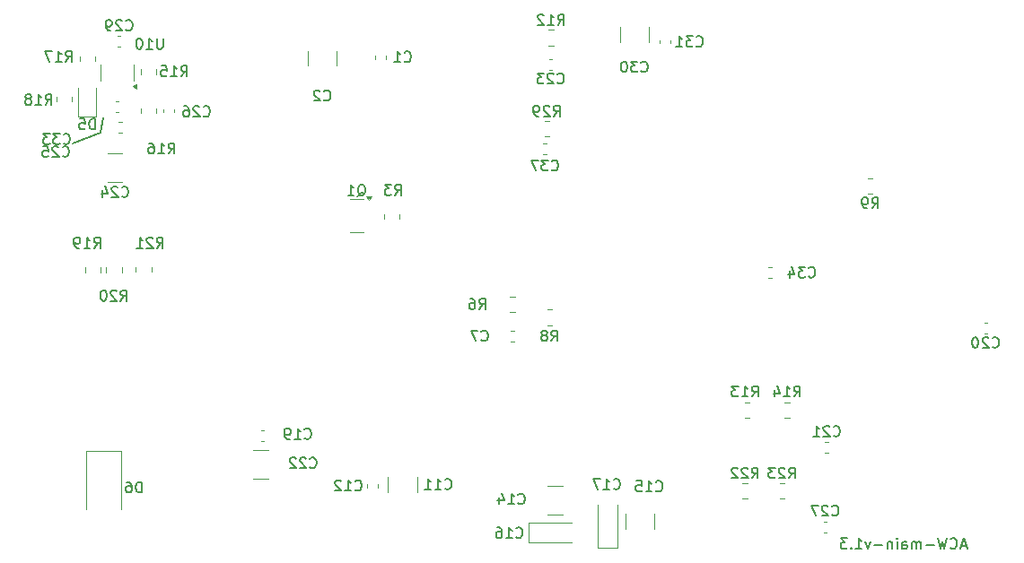
<source format=gbr>
%TF.GenerationSoftware,KiCad,Pcbnew,8.0.1-8.0.1-1~ubuntu22.04.1*%
%TF.CreationDate,2024-04-07T11:52:22+03:00*%
%TF.ProjectId,main-module,6d61696e-2d6d-46f6-9475-6c652e6b6963,rev?*%
%TF.SameCoordinates,Original*%
%TF.FileFunction,Legend,Bot*%
%TF.FilePolarity,Positive*%
%FSLAX46Y46*%
G04 Gerber Fmt 4.6, Leading zero omitted, Abs format (unit mm)*
G04 Created by KiCad (PCBNEW 8.0.1-8.0.1-1~ubuntu22.04.1) date 2024-04-07 11:52:22*
%MOMM*%
%LPD*%
G01*
G04 APERTURE LIST*
%ADD10C,0.150000*%
%ADD11C,0.120000*%
G04 APERTURE END LIST*
D10*
X61000000Y-59800000D02*
X63600000Y-58800000D01*
X63600000Y-58800000D02*
X63900000Y-57300000D01*
X145310839Y-97784104D02*
X144834649Y-97784104D01*
X145406077Y-98069819D02*
X145072744Y-97069819D01*
X145072744Y-97069819D02*
X144739411Y-98069819D01*
X143834649Y-97974580D02*
X143882268Y-98022200D01*
X143882268Y-98022200D02*
X144025125Y-98069819D01*
X144025125Y-98069819D02*
X144120363Y-98069819D01*
X144120363Y-98069819D02*
X144263220Y-98022200D01*
X144263220Y-98022200D02*
X144358458Y-97926961D01*
X144358458Y-97926961D02*
X144406077Y-97831723D01*
X144406077Y-97831723D02*
X144453696Y-97641247D01*
X144453696Y-97641247D02*
X144453696Y-97498390D01*
X144453696Y-97498390D02*
X144406077Y-97307914D01*
X144406077Y-97307914D02*
X144358458Y-97212676D01*
X144358458Y-97212676D02*
X144263220Y-97117438D01*
X144263220Y-97117438D02*
X144120363Y-97069819D01*
X144120363Y-97069819D02*
X144025125Y-97069819D01*
X144025125Y-97069819D02*
X143882268Y-97117438D01*
X143882268Y-97117438D02*
X143834649Y-97165057D01*
X143501315Y-97069819D02*
X143263220Y-98069819D01*
X143263220Y-98069819D02*
X143072744Y-97355533D01*
X143072744Y-97355533D02*
X142882268Y-98069819D01*
X142882268Y-98069819D02*
X142644173Y-97069819D01*
X142263220Y-97688866D02*
X141501316Y-97688866D01*
X141025125Y-98069819D02*
X141025125Y-97403152D01*
X141025125Y-97498390D02*
X140977506Y-97450771D01*
X140977506Y-97450771D02*
X140882268Y-97403152D01*
X140882268Y-97403152D02*
X140739411Y-97403152D01*
X140739411Y-97403152D02*
X140644173Y-97450771D01*
X140644173Y-97450771D02*
X140596554Y-97546009D01*
X140596554Y-97546009D02*
X140596554Y-98069819D01*
X140596554Y-97546009D02*
X140548935Y-97450771D01*
X140548935Y-97450771D02*
X140453697Y-97403152D01*
X140453697Y-97403152D02*
X140310840Y-97403152D01*
X140310840Y-97403152D02*
X140215601Y-97450771D01*
X140215601Y-97450771D02*
X140167982Y-97546009D01*
X140167982Y-97546009D02*
X140167982Y-98069819D01*
X139263221Y-98069819D02*
X139263221Y-97546009D01*
X139263221Y-97546009D02*
X139310840Y-97450771D01*
X139310840Y-97450771D02*
X139406078Y-97403152D01*
X139406078Y-97403152D02*
X139596554Y-97403152D01*
X139596554Y-97403152D02*
X139691792Y-97450771D01*
X139263221Y-98022200D02*
X139358459Y-98069819D01*
X139358459Y-98069819D02*
X139596554Y-98069819D01*
X139596554Y-98069819D02*
X139691792Y-98022200D01*
X139691792Y-98022200D02*
X139739411Y-97926961D01*
X139739411Y-97926961D02*
X139739411Y-97831723D01*
X139739411Y-97831723D02*
X139691792Y-97736485D01*
X139691792Y-97736485D02*
X139596554Y-97688866D01*
X139596554Y-97688866D02*
X139358459Y-97688866D01*
X139358459Y-97688866D02*
X139263221Y-97641247D01*
X138787030Y-98069819D02*
X138787030Y-97403152D01*
X138787030Y-97069819D02*
X138834649Y-97117438D01*
X138834649Y-97117438D02*
X138787030Y-97165057D01*
X138787030Y-97165057D02*
X138739411Y-97117438D01*
X138739411Y-97117438D02*
X138787030Y-97069819D01*
X138787030Y-97069819D02*
X138787030Y-97165057D01*
X138310840Y-97403152D02*
X138310840Y-98069819D01*
X138310840Y-97498390D02*
X138263221Y-97450771D01*
X138263221Y-97450771D02*
X138167983Y-97403152D01*
X138167983Y-97403152D02*
X138025126Y-97403152D01*
X138025126Y-97403152D02*
X137929888Y-97450771D01*
X137929888Y-97450771D02*
X137882269Y-97546009D01*
X137882269Y-97546009D02*
X137882269Y-98069819D01*
X137406078Y-97688866D02*
X136644174Y-97688866D01*
X136263221Y-97403152D02*
X136025126Y-98069819D01*
X136025126Y-98069819D02*
X135787031Y-97403152D01*
X134882269Y-98069819D02*
X135453697Y-98069819D01*
X135167983Y-98069819D02*
X135167983Y-97069819D01*
X135167983Y-97069819D02*
X135263221Y-97212676D01*
X135263221Y-97212676D02*
X135358459Y-97307914D01*
X135358459Y-97307914D02*
X135453697Y-97355533D01*
X134453697Y-97974580D02*
X134406078Y-98022200D01*
X134406078Y-98022200D02*
X134453697Y-98069819D01*
X134453697Y-98069819D02*
X134501316Y-98022200D01*
X134501316Y-98022200D02*
X134453697Y-97974580D01*
X134453697Y-97974580D02*
X134453697Y-98069819D01*
X134072745Y-97069819D02*
X133453698Y-97069819D01*
X133453698Y-97069819D02*
X133787031Y-97450771D01*
X133787031Y-97450771D02*
X133644174Y-97450771D01*
X133644174Y-97450771D02*
X133548936Y-97498390D01*
X133548936Y-97498390D02*
X133501317Y-97546009D01*
X133501317Y-97546009D02*
X133453698Y-97641247D01*
X133453698Y-97641247D02*
X133453698Y-97879342D01*
X133453698Y-97879342D02*
X133501317Y-97974580D01*
X133501317Y-97974580D02*
X133548936Y-98022200D01*
X133548936Y-98022200D02*
X133644174Y-98069819D01*
X133644174Y-98069819D02*
X133929888Y-98069819D01*
X133929888Y-98069819D02*
X134025126Y-98022200D01*
X134025126Y-98022200D02*
X134072745Y-97974580D01*
X106166666Y-78454819D02*
X106499999Y-77978628D01*
X106738094Y-78454819D02*
X106738094Y-77454819D01*
X106738094Y-77454819D02*
X106357142Y-77454819D01*
X106357142Y-77454819D02*
X106261904Y-77502438D01*
X106261904Y-77502438D02*
X106214285Y-77550057D01*
X106214285Y-77550057D02*
X106166666Y-77645295D01*
X106166666Y-77645295D02*
X106166666Y-77788152D01*
X106166666Y-77788152D02*
X106214285Y-77883390D01*
X106214285Y-77883390D02*
X106261904Y-77931009D01*
X106261904Y-77931009D02*
X106357142Y-77978628D01*
X106357142Y-77978628D02*
X106738094Y-77978628D01*
X105595237Y-77883390D02*
X105690475Y-77835771D01*
X105690475Y-77835771D02*
X105738094Y-77788152D01*
X105738094Y-77788152D02*
X105785713Y-77692914D01*
X105785713Y-77692914D02*
X105785713Y-77645295D01*
X105785713Y-77645295D02*
X105738094Y-77550057D01*
X105738094Y-77550057D02*
X105690475Y-77502438D01*
X105690475Y-77502438D02*
X105595237Y-77454819D01*
X105595237Y-77454819D02*
X105404761Y-77454819D01*
X105404761Y-77454819D02*
X105309523Y-77502438D01*
X105309523Y-77502438D02*
X105261904Y-77550057D01*
X105261904Y-77550057D02*
X105214285Y-77645295D01*
X105214285Y-77645295D02*
X105214285Y-77692914D01*
X105214285Y-77692914D02*
X105261904Y-77788152D01*
X105261904Y-77788152D02*
X105309523Y-77835771D01*
X105309523Y-77835771D02*
X105404761Y-77883390D01*
X105404761Y-77883390D02*
X105595237Y-77883390D01*
X105595237Y-77883390D02*
X105690475Y-77931009D01*
X105690475Y-77931009D02*
X105738094Y-77978628D01*
X105738094Y-77978628D02*
X105785713Y-78073866D01*
X105785713Y-78073866D02*
X105785713Y-78264342D01*
X105785713Y-78264342D02*
X105738094Y-78359580D01*
X105738094Y-78359580D02*
X105690475Y-78407200D01*
X105690475Y-78407200D02*
X105595237Y-78454819D01*
X105595237Y-78454819D02*
X105404761Y-78454819D01*
X105404761Y-78454819D02*
X105309523Y-78407200D01*
X105309523Y-78407200D02*
X105261904Y-78359580D01*
X105261904Y-78359580D02*
X105214285Y-78264342D01*
X105214285Y-78264342D02*
X105214285Y-78073866D01*
X105214285Y-78073866D02*
X105261904Y-77978628D01*
X105261904Y-77978628D02*
X105309523Y-77931009D01*
X105309523Y-77931009D02*
X105404761Y-77883390D01*
X99366666Y-75454819D02*
X99699999Y-74978628D01*
X99938094Y-75454819D02*
X99938094Y-74454819D01*
X99938094Y-74454819D02*
X99557142Y-74454819D01*
X99557142Y-74454819D02*
X99461904Y-74502438D01*
X99461904Y-74502438D02*
X99414285Y-74550057D01*
X99414285Y-74550057D02*
X99366666Y-74645295D01*
X99366666Y-74645295D02*
X99366666Y-74788152D01*
X99366666Y-74788152D02*
X99414285Y-74883390D01*
X99414285Y-74883390D02*
X99461904Y-74931009D01*
X99461904Y-74931009D02*
X99557142Y-74978628D01*
X99557142Y-74978628D02*
X99938094Y-74978628D01*
X98509523Y-74454819D02*
X98699999Y-74454819D01*
X98699999Y-74454819D02*
X98795237Y-74502438D01*
X98795237Y-74502438D02*
X98842856Y-74550057D01*
X98842856Y-74550057D02*
X98938094Y-74692914D01*
X98938094Y-74692914D02*
X98985713Y-74883390D01*
X98985713Y-74883390D02*
X98985713Y-75264342D01*
X98985713Y-75264342D02*
X98938094Y-75359580D01*
X98938094Y-75359580D02*
X98890475Y-75407200D01*
X98890475Y-75407200D02*
X98795237Y-75454819D01*
X98795237Y-75454819D02*
X98604761Y-75454819D01*
X98604761Y-75454819D02*
X98509523Y-75407200D01*
X98509523Y-75407200D02*
X98461904Y-75359580D01*
X98461904Y-75359580D02*
X98414285Y-75264342D01*
X98414285Y-75264342D02*
X98414285Y-75026247D01*
X98414285Y-75026247D02*
X98461904Y-74931009D01*
X98461904Y-74931009D02*
X98509523Y-74883390D01*
X98509523Y-74883390D02*
X98604761Y-74835771D01*
X98604761Y-74835771D02*
X98795237Y-74835771D01*
X98795237Y-74835771D02*
X98890475Y-74883390D01*
X98890475Y-74883390D02*
X98938094Y-74931009D01*
X98938094Y-74931009D02*
X98985713Y-75026247D01*
X99566666Y-78359580D02*
X99614285Y-78407200D01*
X99614285Y-78407200D02*
X99757142Y-78454819D01*
X99757142Y-78454819D02*
X99852380Y-78454819D01*
X99852380Y-78454819D02*
X99995237Y-78407200D01*
X99995237Y-78407200D02*
X100090475Y-78311961D01*
X100090475Y-78311961D02*
X100138094Y-78216723D01*
X100138094Y-78216723D02*
X100185713Y-78026247D01*
X100185713Y-78026247D02*
X100185713Y-77883390D01*
X100185713Y-77883390D02*
X100138094Y-77692914D01*
X100138094Y-77692914D02*
X100090475Y-77597676D01*
X100090475Y-77597676D02*
X99995237Y-77502438D01*
X99995237Y-77502438D02*
X99852380Y-77454819D01*
X99852380Y-77454819D02*
X99757142Y-77454819D01*
X99757142Y-77454819D02*
X99614285Y-77502438D01*
X99614285Y-77502438D02*
X99566666Y-77550057D01*
X99233332Y-77454819D02*
X98566666Y-77454819D01*
X98566666Y-77454819D02*
X98995237Y-78454819D01*
X103042857Y-93759580D02*
X103090476Y-93807200D01*
X103090476Y-93807200D02*
X103233333Y-93854819D01*
X103233333Y-93854819D02*
X103328571Y-93854819D01*
X103328571Y-93854819D02*
X103471428Y-93807200D01*
X103471428Y-93807200D02*
X103566666Y-93711961D01*
X103566666Y-93711961D02*
X103614285Y-93616723D01*
X103614285Y-93616723D02*
X103661904Y-93426247D01*
X103661904Y-93426247D02*
X103661904Y-93283390D01*
X103661904Y-93283390D02*
X103614285Y-93092914D01*
X103614285Y-93092914D02*
X103566666Y-92997676D01*
X103566666Y-92997676D02*
X103471428Y-92902438D01*
X103471428Y-92902438D02*
X103328571Y-92854819D01*
X103328571Y-92854819D02*
X103233333Y-92854819D01*
X103233333Y-92854819D02*
X103090476Y-92902438D01*
X103090476Y-92902438D02*
X103042857Y-92950057D01*
X102090476Y-93854819D02*
X102661904Y-93854819D01*
X102376190Y-93854819D02*
X102376190Y-92854819D01*
X102376190Y-92854819D02*
X102471428Y-92997676D01*
X102471428Y-92997676D02*
X102566666Y-93092914D01*
X102566666Y-93092914D02*
X102661904Y-93140533D01*
X101233333Y-93188152D02*
X101233333Y-93854819D01*
X101471428Y-92807200D02*
X101709523Y-93521485D01*
X101709523Y-93521485D02*
X101090476Y-93521485D01*
X116042857Y-92559580D02*
X116090476Y-92607200D01*
X116090476Y-92607200D02*
X116233333Y-92654819D01*
X116233333Y-92654819D02*
X116328571Y-92654819D01*
X116328571Y-92654819D02*
X116471428Y-92607200D01*
X116471428Y-92607200D02*
X116566666Y-92511961D01*
X116566666Y-92511961D02*
X116614285Y-92416723D01*
X116614285Y-92416723D02*
X116661904Y-92226247D01*
X116661904Y-92226247D02*
X116661904Y-92083390D01*
X116661904Y-92083390D02*
X116614285Y-91892914D01*
X116614285Y-91892914D02*
X116566666Y-91797676D01*
X116566666Y-91797676D02*
X116471428Y-91702438D01*
X116471428Y-91702438D02*
X116328571Y-91654819D01*
X116328571Y-91654819D02*
X116233333Y-91654819D01*
X116233333Y-91654819D02*
X116090476Y-91702438D01*
X116090476Y-91702438D02*
X116042857Y-91750057D01*
X115090476Y-92654819D02*
X115661904Y-92654819D01*
X115376190Y-92654819D02*
X115376190Y-91654819D01*
X115376190Y-91654819D02*
X115471428Y-91797676D01*
X115471428Y-91797676D02*
X115566666Y-91892914D01*
X115566666Y-91892914D02*
X115661904Y-91940533D01*
X114185714Y-91654819D02*
X114661904Y-91654819D01*
X114661904Y-91654819D02*
X114709523Y-92131009D01*
X114709523Y-92131009D02*
X114661904Y-92083390D01*
X114661904Y-92083390D02*
X114566666Y-92035771D01*
X114566666Y-92035771D02*
X114328571Y-92035771D01*
X114328571Y-92035771D02*
X114233333Y-92083390D01*
X114233333Y-92083390D02*
X114185714Y-92131009D01*
X114185714Y-92131009D02*
X114138095Y-92226247D01*
X114138095Y-92226247D02*
X114138095Y-92464342D01*
X114138095Y-92464342D02*
X114185714Y-92559580D01*
X114185714Y-92559580D02*
X114233333Y-92607200D01*
X114233333Y-92607200D02*
X114328571Y-92654819D01*
X114328571Y-92654819D02*
X114566666Y-92654819D01*
X114566666Y-92654819D02*
X114661904Y-92607200D01*
X114661904Y-92607200D02*
X114709523Y-92559580D01*
X128577857Y-91404819D02*
X128911190Y-90928628D01*
X129149285Y-91404819D02*
X129149285Y-90404819D01*
X129149285Y-90404819D02*
X128768333Y-90404819D01*
X128768333Y-90404819D02*
X128673095Y-90452438D01*
X128673095Y-90452438D02*
X128625476Y-90500057D01*
X128625476Y-90500057D02*
X128577857Y-90595295D01*
X128577857Y-90595295D02*
X128577857Y-90738152D01*
X128577857Y-90738152D02*
X128625476Y-90833390D01*
X128625476Y-90833390D02*
X128673095Y-90881009D01*
X128673095Y-90881009D02*
X128768333Y-90928628D01*
X128768333Y-90928628D02*
X129149285Y-90928628D01*
X128196904Y-90500057D02*
X128149285Y-90452438D01*
X128149285Y-90452438D02*
X128054047Y-90404819D01*
X128054047Y-90404819D02*
X127815952Y-90404819D01*
X127815952Y-90404819D02*
X127720714Y-90452438D01*
X127720714Y-90452438D02*
X127673095Y-90500057D01*
X127673095Y-90500057D02*
X127625476Y-90595295D01*
X127625476Y-90595295D02*
X127625476Y-90690533D01*
X127625476Y-90690533D02*
X127673095Y-90833390D01*
X127673095Y-90833390D02*
X128244523Y-91404819D01*
X128244523Y-91404819D02*
X127625476Y-91404819D01*
X127292142Y-90404819D02*
X126673095Y-90404819D01*
X126673095Y-90404819D02*
X127006428Y-90785771D01*
X127006428Y-90785771D02*
X126863571Y-90785771D01*
X126863571Y-90785771D02*
X126768333Y-90833390D01*
X126768333Y-90833390D02*
X126720714Y-90881009D01*
X126720714Y-90881009D02*
X126673095Y-90976247D01*
X126673095Y-90976247D02*
X126673095Y-91214342D01*
X126673095Y-91214342D02*
X126720714Y-91309580D01*
X126720714Y-91309580D02*
X126768333Y-91357200D01*
X126768333Y-91357200D02*
X126863571Y-91404819D01*
X126863571Y-91404819D02*
X127149285Y-91404819D01*
X127149285Y-91404819D02*
X127244523Y-91357200D01*
X127244523Y-91357200D02*
X127292142Y-91309580D01*
X130442857Y-72359580D02*
X130490476Y-72407200D01*
X130490476Y-72407200D02*
X130633333Y-72454819D01*
X130633333Y-72454819D02*
X130728571Y-72454819D01*
X130728571Y-72454819D02*
X130871428Y-72407200D01*
X130871428Y-72407200D02*
X130966666Y-72311961D01*
X130966666Y-72311961D02*
X131014285Y-72216723D01*
X131014285Y-72216723D02*
X131061904Y-72026247D01*
X131061904Y-72026247D02*
X131061904Y-71883390D01*
X131061904Y-71883390D02*
X131014285Y-71692914D01*
X131014285Y-71692914D02*
X130966666Y-71597676D01*
X130966666Y-71597676D02*
X130871428Y-71502438D01*
X130871428Y-71502438D02*
X130728571Y-71454819D01*
X130728571Y-71454819D02*
X130633333Y-71454819D01*
X130633333Y-71454819D02*
X130490476Y-71502438D01*
X130490476Y-71502438D02*
X130442857Y-71550057D01*
X130109523Y-71454819D02*
X129490476Y-71454819D01*
X129490476Y-71454819D02*
X129823809Y-71835771D01*
X129823809Y-71835771D02*
X129680952Y-71835771D01*
X129680952Y-71835771D02*
X129585714Y-71883390D01*
X129585714Y-71883390D02*
X129538095Y-71931009D01*
X129538095Y-71931009D02*
X129490476Y-72026247D01*
X129490476Y-72026247D02*
X129490476Y-72264342D01*
X129490476Y-72264342D02*
X129538095Y-72359580D01*
X129538095Y-72359580D02*
X129585714Y-72407200D01*
X129585714Y-72407200D02*
X129680952Y-72454819D01*
X129680952Y-72454819D02*
X129966666Y-72454819D01*
X129966666Y-72454819D02*
X130061904Y-72407200D01*
X130061904Y-72407200D02*
X130109523Y-72359580D01*
X128633333Y-71788152D02*
X128633333Y-72454819D01*
X128871428Y-71407200D02*
X129109523Y-72121485D01*
X129109523Y-72121485D02*
X128490476Y-72121485D01*
X68942857Y-69654819D02*
X69276190Y-69178628D01*
X69514285Y-69654819D02*
X69514285Y-68654819D01*
X69514285Y-68654819D02*
X69133333Y-68654819D01*
X69133333Y-68654819D02*
X69038095Y-68702438D01*
X69038095Y-68702438D02*
X68990476Y-68750057D01*
X68990476Y-68750057D02*
X68942857Y-68845295D01*
X68942857Y-68845295D02*
X68942857Y-68988152D01*
X68942857Y-68988152D02*
X68990476Y-69083390D01*
X68990476Y-69083390D02*
X69038095Y-69131009D01*
X69038095Y-69131009D02*
X69133333Y-69178628D01*
X69133333Y-69178628D02*
X69514285Y-69178628D01*
X68561904Y-68750057D02*
X68514285Y-68702438D01*
X68514285Y-68702438D02*
X68419047Y-68654819D01*
X68419047Y-68654819D02*
X68180952Y-68654819D01*
X68180952Y-68654819D02*
X68085714Y-68702438D01*
X68085714Y-68702438D02*
X68038095Y-68750057D01*
X68038095Y-68750057D02*
X67990476Y-68845295D01*
X67990476Y-68845295D02*
X67990476Y-68940533D01*
X67990476Y-68940533D02*
X68038095Y-69083390D01*
X68038095Y-69083390D02*
X68609523Y-69654819D01*
X68609523Y-69654819D02*
X67990476Y-69654819D01*
X67038095Y-69654819D02*
X67609523Y-69654819D01*
X67323809Y-69654819D02*
X67323809Y-68654819D01*
X67323809Y-68654819D02*
X67419047Y-68797676D01*
X67419047Y-68797676D02*
X67514285Y-68892914D01*
X67514285Y-68892914D02*
X67609523Y-68940533D01*
X91411106Y-64667319D02*
X91744439Y-64191128D01*
X91982534Y-64667319D02*
X91982534Y-63667319D01*
X91982534Y-63667319D02*
X91601582Y-63667319D01*
X91601582Y-63667319D02*
X91506344Y-63714938D01*
X91506344Y-63714938D02*
X91458725Y-63762557D01*
X91458725Y-63762557D02*
X91411106Y-63857795D01*
X91411106Y-63857795D02*
X91411106Y-64000652D01*
X91411106Y-64000652D02*
X91458725Y-64095890D01*
X91458725Y-64095890D02*
X91506344Y-64143509D01*
X91506344Y-64143509D02*
X91601582Y-64191128D01*
X91601582Y-64191128D02*
X91982534Y-64191128D01*
X91077772Y-63667319D02*
X90458725Y-63667319D01*
X90458725Y-63667319D02*
X90792058Y-64048271D01*
X90792058Y-64048271D02*
X90649201Y-64048271D01*
X90649201Y-64048271D02*
X90553963Y-64095890D01*
X90553963Y-64095890D02*
X90506344Y-64143509D01*
X90506344Y-64143509D02*
X90458725Y-64238747D01*
X90458725Y-64238747D02*
X90458725Y-64476842D01*
X90458725Y-64476842D02*
X90506344Y-64572080D01*
X90506344Y-64572080D02*
X90553963Y-64619700D01*
X90553963Y-64619700D02*
X90649201Y-64667319D01*
X90649201Y-64667319D02*
X90934915Y-64667319D01*
X90934915Y-64667319D02*
X91030153Y-64619700D01*
X91030153Y-64619700D02*
X91077772Y-64572080D01*
X106377857Y-57204819D02*
X106711190Y-56728628D01*
X106949285Y-57204819D02*
X106949285Y-56204819D01*
X106949285Y-56204819D02*
X106568333Y-56204819D01*
X106568333Y-56204819D02*
X106473095Y-56252438D01*
X106473095Y-56252438D02*
X106425476Y-56300057D01*
X106425476Y-56300057D02*
X106377857Y-56395295D01*
X106377857Y-56395295D02*
X106377857Y-56538152D01*
X106377857Y-56538152D02*
X106425476Y-56633390D01*
X106425476Y-56633390D02*
X106473095Y-56681009D01*
X106473095Y-56681009D02*
X106568333Y-56728628D01*
X106568333Y-56728628D02*
X106949285Y-56728628D01*
X105996904Y-56300057D02*
X105949285Y-56252438D01*
X105949285Y-56252438D02*
X105854047Y-56204819D01*
X105854047Y-56204819D02*
X105615952Y-56204819D01*
X105615952Y-56204819D02*
X105520714Y-56252438D01*
X105520714Y-56252438D02*
X105473095Y-56300057D01*
X105473095Y-56300057D02*
X105425476Y-56395295D01*
X105425476Y-56395295D02*
X105425476Y-56490533D01*
X105425476Y-56490533D02*
X105473095Y-56633390D01*
X105473095Y-56633390D02*
X106044523Y-57204819D01*
X106044523Y-57204819D02*
X105425476Y-57204819D01*
X104949285Y-57204819D02*
X104758809Y-57204819D01*
X104758809Y-57204819D02*
X104663571Y-57157200D01*
X104663571Y-57157200D02*
X104615952Y-57109580D01*
X104615952Y-57109580D02*
X104520714Y-56966723D01*
X104520714Y-56966723D02*
X104473095Y-56776247D01*
X104473095Y-56776247D02*
X104473095Y-56395295D01*
X104473095Y-56395295D02*
X104520714Y-56300057D01*
X104520714Y-56300057D02*
X104568333Y-56252438D01*
X104568333Y-56252438D02*
X104663571Y-56204819D01*
X104663571Y-56204819D02*
X104854047Y-56204819D01*
X104854047Y-56204819D02*
X104949285Y-56252438D01*
X104949285Y-56252438D02*
X104996904Y-56300057D01*
X104996904Y-56300057D02*
X105044523Y-56395295D01*
X105044523Y-56395295D02*
X105044523Y-56633390D01*
X105044523Y-56633390D02*
X104996904Y-56728628D01*
X104996904Y-56728628D02*
X104949285Y-56776247D01*
X104949285Y-56776247D02*
X104854047Y-56823866D01*
X104854047Y-56823866D02*
X104663571Y-56823866D01*
X104663571Y-56823866D02*
X104568333Y-56776247D01*
X104568333Y-56776247D02*
X104520714Y-56728628D01*
X104520714Y-56728628D02*
X104473095Y-56633390D01*
X65537857Y-74654819D02*
X65871190Y-74178628D01*
X66109285Y-74654819D02*
X66109285Y-73654819D01*
X66109285Y-73654819D02*
X65728333Y-73654819D01*
X65728333Y-73654819D02*
X65633095Y-73702438D01*
X65633095Y-73702438D02*
X65585476Y-73750057D01*
X65585476Y-73750057D02*
X65537857Y-73845295D01*
X65537857Y-73845295D02*
X65537857Y-73988152D01*
X65537857Y-73988152D02*
X65585476Y-74083390D01*
X65585476Y-74083390D02*
X65633095Y-74131009D01*
X65633095Y-74131009D02*
X65728333Y-74178628D01*
X65728333Y-74178628D02*
X66109285Y-74178628D01*
X65156904Y-73750057D02*
X65109285Y-73702438D01*
X65109285Y-73702438D02*
X65014047Y-73654819D01*
X65014047Y-73654819D02*
X64775952Y-73654819D01*
X64775952Y-73654819D02*
X64680714Y-73702438D01*
X64680714Y-73702438D02*
X64633095Y-73750057D01*
X64633095Y-73750057D02*
X64585476Y-73845295D01*
X64585476Y-73845295D02*
X64585476Y-73940533D01*
X64585476Y-73940533D02*
X64633095Y-74083390D01*
X64633095Y-74083390D02*
X65204523Y-74654819D01*
X65204523Y-74654819D02*
X64585476Y-74654819D01*
X63966428Y-73654819D02*
X63871190Y-73654819D01*
X63871190Y-73654819D02*
X63775952Y-73702438D01*
X63775952Y-73702438D02*
X63728333Y-73750057D01*
X63728333Y-73750057D02*
X63680714Y-73845295D01*
X63680714Y-73845295D02*
X63633095Y-74035771D01*
X63633095Y-74035771D02*
X63633095Y-74273866D01*
X63633095Y-74273866D02*
X63680714Y-74464342D01*
X63680714Y-74464342D02*
X63728333Y-74559580D01*
X63728333Y-74559580D02*
X63775952Y-74607200D01*
X63775952Y-74607200D02*
X63871190Y-74654819D01*
X63871190Y-74654819D02*
X63966428Y-74654819D01*
X63966428Y-74654819D02*
X64061666Y-74607200D01*
X64061666Y-74607200D02*
X64109285Y-74559580D01*
X64109285Y-74559580D02*
X64156904Y-74464342D01*
X64156904Y-74464342D02*
X64204523Y-74273866D01*
X64204523Y-74273866D02*
X64204523Y-74035771D01*
X64204523Y-74035771D02*
X64156904Y-73845295D01*
X64156904Y-73845295D02*
X64109285Y-73750057D01*
X64109285Y-73750057D02*
X64061666Y-73702438D01*
X64061666Y-73702438D02*
X63966428Y-73654819D01*
X125087857Y-83704819D02*
X125421190Y-83228628D01*
X125659285Y-83704819D02*
X125659285Y-82704819D01*
X125659285Y-82704819D02*
X125278333Y-82704819D01*
X125278333Y-82704819D02*
X125183095Y-82752438D01*
X125183095Y-82752438D02*
X125135476Y-82800057D01*
X125135476Y-82800057D02*
X125087857Y-82895295D01*
X125087857Y-82895295D02*
X125087857Y-83038152D01*
X125087857Y-83038152D02*
X125135476Y-83133390D01*
X125135476Y-83133390D02*
X125183095Y-83181009D01*
X125183095Y-83181009D02*
X125278333Y-83228628D01*
X125278333Y-83228628D02*
X125659285Y-83228628D01*
X124135476Y-83704819D02*
X124706904Y-83704819D01*
X124421190Y-83704819D02*
X124421190Y-82704819D01*
X124421190Y-82704819D02*
X124516428Y-82847676D01*
X124516428Y-82847676D02*
X124611666Y-82942914D01*
X124611666Y-82942914D02*
X124706904Y-82990533D01*
X123802142Y-82704819D02*
X123183095Y-82704819D01*
X123183095Y-82704819D02*
X123516428Y-83085771D01*
X123516428Y-83085771D02*
X123373571Y-83085771D01*
X123373571Y-83085771D02*
X123278333Y-83133390D01*
X123278333Y-83133390D02*
X123230714Y-83181009D01*
X123230714Y-83181009D02*
X123183095Y-83276247D01*
X123183095Y-83276247D02*
X123183095Y-83514342D01*
X123183095Y-83514342D02*
X123230714Y-83609580D01*
X123230714Y-83609580D02*
X123278333Y-83657200D01*
X123278333Y-83657200D02*
X123373571Y-83704819D01*
X123373571Y-83704819D02*
X123659285Y-83704819D01*
X123659285Y-83704819D02*
X123754523Y-83657200D01*
X123754523Y-83657200D02*
X123802142Y-83609580D01*
X106202857Y-62259580D02*
X106250476Y-62307200D01*
X106250476Y-62307200D02*
X106393333Y-62354819D01*
X106393333Y-62354819D02*
X106488571Y-62354819D01*
X106488571Y-62354819D02*
X106631428Y-62307200D01*
X106631428Y-62307200D02*
X106726666Y-62211961D01*
X106726666Y-62211961D02*
X106774285Y-62116723D01*
X106774285Y-62116723D02*
X106821904Y-61926247D01*
X106821904Y-61926247D02*
X106821904Y-61783390D01*
X106821904Y-61783390D02*
X106774285Y-61592914D01*
X106774285Y-61592914D02*
X106726666Y-61497676D01*
X106726666Y-61497676D02*
X106631428Y-61402438D01*
X106631428Y-61402438D02*
X106488571Y-61354819D01*
X106488571Y-61354819D02*
X106393333Y-61354819D01*
X106393333Y-61354819D02*
X106250476Y-61402438D01*
X106250476Y-61402438D02*
X106202857Y-61450057D01*
X105869523Y-61354819D02*
X105250476Y-61354819D01*
X105250476Y-61354819D02*
X105583809Y-61735771D01*
X105583809Y-61735771D02*
X105440952Y-61735771D01*
X105440952Y-61735771D02*
X105345714Y-61783390D01*
X105345714Y-61783390D02*
X105298095Y-61831009D01*
X105298095Y-61831009D02*
X105250476Y-61926247D01*
X105250476Y-61926247D02*
X105250476Y-62164342D01*
X105250476Y-62164342D02*
X105298095Y-62259580D01*
X105298095Y-62259580D02*
X105345714Y-62307200D01*
X105345714Y-62307200D02*
X105440952Y-62354819D01*
X105440952Y-62354819D02*
X105726666Y-62354819D01*
X105726666Y-62354819D02*
X105821904Y-62307200D01*
X105821904Y-62307200D02*
X105869523Y-62259580D01*
X104917142Y-61354819D02*
X104250476Y-61354819D01*
X104250476Y-61354819D02*
X104679047Y-62354819D01*
X119842857Y-50559580D02*
X119890476Y-50607200D01*
X119890476Y-50607200D02*
X120033333Y-50654819D01*
X120033333Y-50654819D02*
X120128571Y-50654819D01*
X120128571Y-50654819D02*
X120271428Y-50607200D01*
X120271428Y-50607200D02*
X120366666Y-50511961D01*
X120366666Y-50511961D02*
X120414285Y-50416723D01*
X120414285Y-50416723D02*
X120461904Y-50226247D01*
X120461904Y-50226247D02*
X120461904Y-50083390D01*
X120461904Y-50083390D02*
X120414285Y-49892914D01*
X120414285Y-49892914D02*
X120366666Y-49797676D01*
X120366666Y-49797676D02*
X120271428Y-49702438D01*
X120271428Y-49702438D02*
X120128571Y-49654819D01*
X120128571Y-49654819D02*
X120033333Y-49654819D01*
X120033333Y-49654819D02*
X119890476Y-49702438D01*
X119890476Y-49702438D02*
X119842857Y-49750057D01*
X119509523Y-49654819D02*
X118890476Y-49654819D01*
X118890476Y-49654819D02*
X119223809Y-50035771D01*
X119223809Y-50035771D02*
X119080952Y-50035771D01*
X119080952Y-50035771D02*
X118985714Y-50083390D01*
X118985714Y-50083390D02*
X118938095Y-50131009D01*
X118938095Y-50131009D02*
X118890476Y-50226247D01*
X118890476Y-50226247D02*
X118890476Y-50464342D01*
X118890476Y-50464342D02*
X118938095Y-50559580D01*
X118938095Y-50559580D02*
X118985714Y-50607200D01*
X118985714Y-50607200D02*
X119080952Y-50654819D01*
X119080952Y-50654819D02*
X119366666Y-50654819D01*
X119366666Y-50654819D02*
X119461904Y-50607200D01*
X119461904Y-50607200D02*
X119509523Y-50559580D01*
X117938095Y-50654819D02*
X118509523Y-50654819D01*
X118223809Y-50654819D02*
X118223809Y-49654819D01*
X118223809Y-49654819D02*
X118319047Y-49797676D01*
X118319047Y-49797676D02*
X118414285Y-49892914D01*
X118414285Y-49892914D02*
X118509523Y-49940533D01*
X114642857Y-52959580D02*
X114690476Y-53007200D01*
X114690476Y-53007200D02*
X114833333Y-53054819D01*
X114833333Y-53054819D02*
X114928571Y-53054819D01*
X114928571Y-53054819D02*
X115071428Y-53007200D01*
X115071428Y-53007200D02*
X115166666Y-52911961D01*
X115166666Y-52911961D02*
X115214285Y-52816723D01*
X115214285Y-52816723D02*
X115261904Y-52626247D01*
X115261904Y-52626247D02*
X115261904Y-52483390D01*
X115261904Y-52483390D02*
X115214285Y-52292914D01*
X115214285Y-52292914D02*
X115166666Y-52197676D01*
X115166666Y-52197676D02*
X115071428Y-52102438D01*
X115071428Y-52102438D02*
X114928571Y-52054819D01*
X114928571Y-52054819D02*
X114833333Y-52054819D01*
X114833333Y-52054819D02*
X114690476Y-52102438D01*
X114690476Y-52102438D02*
X114642857Y-52150057D01*
X114309523Y-52054819D02*
X113690476Y-52054819D01*
X113690476Y-52054819D02*
X114023809Y-52435771D01*
X114023809Y-52435771D02*
X113880952Y-52435771D01*
X113880952Y-52435771D02*
X113785714Y-52483390D01*
X113785714Y-52483390D02*
X113738095Y-52531009D01*
X113738095Y-52531009D02*
X113690476Y-52626247D01*
X113690476Y-52626247D02*
X113690476Y-52864342D01*
X113690476Y-52864342D02*
X113738095Y-52959580D01*
X113738095Y-52959580D02*
X113785714Y-53007200D01*
X113785714Y-53007200D02*
X113880952Y-53054819D01*
X113880952Y-53054819D02*
X114166666Y-53054819D01*
X114166666Y-53054819D02*
X114261904Y-53007200D01*
X114261904Y-53007200D02*
X114309523Y-52959580D01*
X113071428Y-52054819D02*
X112976190Y-52054819D01*
X112976190Y-52054819D02*
X112880952Y-52102438D01*
X112880952Y-52102438D02*
X112833333Y-52150057D01*
X112833333Y-52150057D02*
X112785714Y-52245295D01*
X112785714Y-52245295D02*
X112738095Y-52435771D01*
X112738095Y-52435771D02*
X112738095Y-52673866D01*
X112738095Y-52673866D02*
X112785714Y-52864342D01*
X112785714Y-52864342D02*
X112833333Y-52959580D01*
X112833333Y-52959580D02*
X112880952Y-53007200D01*
X112880952Y-53007200D02*
X112976190Y-53054819D01*
X112976190Y-53054819D02*
X113071428Y-53054819D01*
X113071428Y-53054819D02*
X113166666Y-53007200D01*
X113166666Y-53007200D02*
X113214285Y-52959580D01*
X113214285Y-52959580D02*
X113261904Y-52864342D01*
X113261904Y-52864342D02*
X113309523Y-52673866D01*
X113309523Y-52673866D02*
X113309523Y-52435771D01*
X113309523Y-52435771D02*
X113261904Y-52245295D01*
X113261904Y-52245295D02*
X113214285Y-52150057D01*
X113214285Y-52150057D02*
X113166666Y-52102438D01*
X113166666Y-52102438D02*
X113071428Y-52054819D01*
X125077857Y-91404819D02*
X125411190Y-90928628D01*
X125649285Y-91404819D02*
X125649285Y-90404819D01*
X125649285Y-90404819D02*
X125268333Y-90404819D01*
X125268333Y-90404819D02*
X125173095Y-90452438D01*
X125173095Y-90452438D02*
X125125476Y-90500057D01*
X125125476Y-90500057D02*
X125077857Y-90595295D01*
X125077857Y-90595295D02*
X125077857Y-90738152D01*
X125077857Y-90738152D02*
X125125476Y-90833390D01*
X125125476Y-90833390D02*
X125173095Y-90881009D01*
X125173095Y-90881009D02*
X125268333Y-90928628D01*
X125268333Y-90928628D02*
X125649285Y-90928628D01*
X124696904Y-90500057D02*
X124649285Y-90452438D01*
X124649285Y-90452438D02*
X124554047Y-90404819D01*
X124554047Y-90404819D02*
X124315952Y-90404819D01*
X124315952Y-90404819D02*
X124220714Y-90452438D01*
X124220714Y-90452438D02*
X124173095Y-90500057D01*
X124173095Y-90500057D02*
X124125476Y-90595295D01*
X124125476Y-90595295D02*
X124125476Y-90690533D01*
X124125476Y-90690533D02*
X124173095Y-90833390D01*
X124173095Y-90833390D02*
X124744523Y-91404819D01*
X124744523Y-91404819D02*
X124125476Y-91404819D01*
X123744523Y-90500057D02*
X123696904Y-90452438D01*
X123696904Y-90452438D02*
X123601666Y-90404819D01*
X123601666Y-90404819D02*
X123363571Y-90404819D01*
X123363571Y-90404819D02*
X123268333Y-90452438D01*
X123268333Y-90452438D02*
X123220714Y-90500057D01*
X123220714Y-90500057D02*
X123173095Y-90595295D01*
X123173095Y-90595295D02*
X123173095Y-90690533D01*
X123173095Y-90690533D02*
X123220714Y-90833390D01*
X123220714Y-90833390D02*
X123792142Y-91404819D01*
X123792142Y-91404819D02*
X123173095Y-91404819D01*
X63133094Y-58454819D02*
X63133094Y-57454819D01*
X63133094Y-57454819D02*
X62894999Y-57454819D01*
X62894999Y-57454819D02*
X62752142Y-57502438D01*
X62752142Y-57502438D02*
X62656904Y-57597676D01*
X62656904Y-57597676D02*
X62609285Y-57692914D01*
X62609285Y-57692914D02*
X62561666Y-57883390D01*
X62561666Y-57883390D02*
X62561666Y-58026247D01*
X62561666Y-58026247D02*
X62609285Y-58216723D01*
X62609285Y-58216723D02*
X62656904Y-58311961D01*
X62656904Y-58311961D02*
X62752142Y-58407200D01*
X62752142Y-58407200D02*
X62894999Y-58454819D01*
X62894999Y-58454819D02*
X63133094Y-58454819D01*
X61656904Y-57454819D02*
X62133094Y-57454819D01*
X62133094Y-57454819D02*
X62180713Y-57931009D01*
X62180713Y-57931009D02*
X62133094Y-57883390D01*
X62133094Y-57883390D02*
X62037856Y-57835771D01*
X62037856Y-57835771D02*
X61799761Y-57835771D01*
X61799761Y-57835771D02*
X61704523Y-57883390D01*
X61704523Y-57883390D02*
X61656904Y-57931009D01*
X61656904Y-57931009D02*
X61609285Y-58026247D01*
X61609285Y-58026247D02*
X61609285Y-58264342D01*
X61609285Y-58264342D02*
X61656904Y-58359580D01*
X61656904Y-58359580D02*
X61704523Y-58407200D01*
X61704523Y-58407200D02*
X61799761Y-58454819D01*
X61799761Y-58454819D02*
X62037856Y-58454819D01*
X62037856Y-58454819D02*
X62133094Y-58407200D01*
X62133094Y-58407200D02*
X62180713Y-58359580D01*
X112042857Y-92359580D02*
X112090476Y-92407200D01*
X112090476Y-92407200D02*
X112233333Y-92454819D01*
X112233333Y-92454819D02*
X112328571Y-92454819D01*
X112328571Y-92454819D02*
X112471428Y-92407200D01*
X112471428Y-92407200D02*
X112566666Y-92311961D01*
X112566666Y-92311961D02*
X112614285Y-92216723D01*
X112614285Y-92216723D02*
X112661904Y-92026247D01*
X112661904Y-92026247D02*
X112661904Y-91883390D01*
X112661904Y-91883390D02*
X112614285Y-91692914D01*
X112614285Y-91692914D02*
X112566666Y-91597676D01*
X112566666Y-91597676D02*
X112471428Y-91502438D01*
X112471428Y-91502438D02*
X112328571Y-91454819D01*
X112328571Y-91454819D02*
X112233333Y-91454819D01*
X112233333Y-91454819D02*
X112090476Y-91502438D01*
X112090476Y-91502438D02*
X112042857Y-91550057D01*
X111090476Y-92454819D02*
X111661904Y-92454819D01*
X111376190Y-92454819D02*
X111376190Y-91454819D01*
X111376190Y-91454819D02*
X111471428Y-91597676D01*
X111471428Y-91597676D02*
X111566666Y-91692914D01*
X111566666Y-91692914D02*
X111661904Y-91740533D01*
X110757142Y-91454819D02*
X110090476Y-91454819D01*
X110090476Y-91454819D02*
X110519047Y-92454819D01*
X96142857Y-92359580D02*
X96190476Y-92407200D01*
X96190476Y-92407200D02*
X96333333Y-92454819D01*
X96333333Y-92454819D02*
X96428571Y-92454819D01*
X96428571Y-92454819D02*
X96571428Y-92407200D01*
X96571428Y-92407200D02*
X96666666Y-92311961D01*
X96666666Y-92311961D02*
X96714285Y-92216723D01*
X96714285Y-92216723D02*
X96761904Y-92026247D01*
X96761904Y-92026247D02*
X96761904Y-91883390D01*
X96761904Y-91883390D02*
X96714285Y-91692914D01*
X96714285Y-91692914D02*
X96666666Y-91597676D01*
X96666666Y-91597676D02*
X96571428Y-91502438D01*
X96571428Y-91502438D02*
X96428571Y-91454819D01*
X96428571Y-91454819D02*
X96333333Y-91454819D01*
X96333333Y-91454819D02*
X96190476Y-91502438D01*
X96190476Y-91502438D02*
X96142857Y-91550057D01*
X95190476Y-92454819D02*
X95761904Y-92454819D01*
X95476190Y-92454819D02*
X95476190Y-91454819D01*
X95476190Y-91454819D02*
X95571428Y-91597676D01*
X95571428Y-91597676D02*
X95666666Y-91692914D01*
X95666666Y-91692914D02*
X95761904Y-91740533D01*
X94238095Y-92454819D02*
X94809523Y-92454819D01*
X94523809Y-92454819D02*
X94523809Y-91454819D01*
X94523809Y-91454819D02*
X94619047Y-91597676D01*
X94619047Y-91597676D02*
X94714285Y-91692914D01*
X94714285Y-91692914D02*
X94809523Y-91740533D01*
X102842857Y-96959580D02*
X102890476Y-97007200D01*
X102890476Y-97007200D02*
X103033333Y-97054819D01*
X103033333Y-97054819D02*
X103128571Y-97054819D01*
X103128571Y-97054819D02*
X103271428Y-97007200D01*
X103271428Y-97007200D02*
X103366666Y-96911961D01*
X103366666Y-96911961D02*
X103414285Y-96816723D01*
X103414285Y-96816723D02*
X103461904Y-96626247D01*
X103461904Y-96626247D02*
X103461904Y-96483390D01*
X103461904Y-96483390D02*
X103414285Y-96292914D01*
X103414285Y-96292914D02*
X103366666Y-96197676D01*
X103366666Y-96197676D02*
X103271428Y-96102438D01*
X103271428Y-96102438D02*
X103128571Y-96054819D01*
X103128571Y-96054819D02*
X103033333Y-96054819D01*
X103033333Y-96054819D02*
X102890476Y-96102438D01*
X102890476Y-96102438D02*
X102842857Y-96150057D01*
X101890476Y-97054819D02*
X102461904Y-97054819D01*
X102176190Y-97054819D02*
X102176190Y-96054819D01*
X102176190Y-96054819D02*
X102271428Y-96197676D01*
X102271428Y-96197676D02*
X102366666Y-96292914D01*
X102366666Y-96292914D02*
X102461904Y-96340533D01*
X101033333Y-96054819D02*
X101223809Y-96054819D01*
X101223809Y-96054819D02*
X101319047Y-96102438D01*
X101319047Y-96102438D02*
X101366666Y-96150057D01*
X101366666Y-96150057D02*
X101461904Y-96292914D01*
X101461904Y-96292914D02*
X101509523Y-96483390D01*
X101509523Y-96483390D02*
X101509523Y-96864342D01*
X101509523Y-96864342D02*
X101461904Y-96959580D01*
X101461904Y-96959580D02*
X101414285Y-97007200D01*
X101414285Y-97007200D02*
X101319047Y-97054819D01*
X101319047Y-97054819D02*
X101128571Y-97054819D01*
X101128571Y-97054819D02*
X101033333Y-97007200D01*
X101033333Y-97007200D02*
X100985714Y-96959580D01*
X100985714Y-96959580D02*
X100938095Y-96864342D01*
X100938095Y-96864342D02*
X100938095Y-96626247D01*
X100938095Y-96626247D02*
X100985714Y-96531009D01*
X100985714Y-96531009D02*
X101033333Y-96483390D01*
X101033333Y-96483390D02*
X101128571Y-96435771D01*
X101128571Y-96435771D02*
X101319047Y-96435771D01*
X101319047Y-96435771D02*
X101414285Y-96483390D01*
X101414285Y-96483390D02*
X101461904Y-96531009D01*
X101461904Y-96531009D02*
X101509523Y-96626247D01*
X65637857Y-64759580D02*
X65685476Y-64807200D01*
X65685476Y-64807200D02*
X65828333Y-64854819D01*
X65828333Y-64854819D02*
X65923571Y-64854819D01*
X65923571Y-64854819D02*
X66066428Y-64807200D01*
X66066428Y-64807200D02*
X66161666Y-64711961D01*
X66161666Y-64711961D02*
X66209285Y-64616723D01*
X66209285Y-64616723D02*
X66256904Y-64426247D01*
X66256904Y-64426247D02*
X66256904Y-64283390D01*
X66256904Y-64283390D02*
X66209285Y-64092914D01*
X66209285Y-64092914D02*
X66161666Y-63997676D01*
X66161666Y-63997676D02*
X66066428Y-63902438D01*
X66066428Y-63902438D02*
X65923571Y-63854819D01*
X65923571Y-63854819D02*
X65828333Y-63854819D01*
X65828333Y-63854819D02*
X65685476Y-63902438D01*
X65685476Y-63902438D02*
X65637857Y-63950057D01*
X65256904Y-63950057D02*
X65209285Y-63902438D01*
X65209285Y-63902438D02*
X65114047Y-63854819D01*
X65114047Y-63854819D02*
X64875952Y-63854819D01*
X64875952Y-63854819D02*
X64780714Y-63902438D01*
X64780714Y-63902438D02*
X64733095Y-63950057D01*
X64733095Y-63950057D02*
X64685476Y-64045295D01*
X64685476Y-64045295D02*
X64685476Y-64140533D01*
X64685476Y-64140533D02*
X64733095Y-64283390D01*
X64733095Y-64283390D02*
X65304523Y-64854819D01*
X65304523Y-64854819D02*
X64685476Y-64854819D01*
X63828333Y-64188152D02*
X63828333Y-64854819D01*
X64066428Y-63807200D02*
X64304523Y-64521485D01*
X64304523Y-64521485D02*
X63685476Y-64521485D01*
X60142857Y-59759580D02*
X60190476Y-59807200D01*
X60190476Y-59807200D02*
X60333333Y-59854819D01*
X60333333Y-59854819D02*
X60428571Y-59854819D01*
X60428571Y-59854819D02*
X60571428Y-59807200D01*
X60571428Y-59807200D02*
X60666666Y-59711961D01*
X60666666Y-59711961D02*
X60714285Y-59616723D01*
X60714285Y-59616723D02*
X60761904Y-59426247D01*
X60761904Y-59426247D02*
X60761904Y-59283390D01*
X60761904Y-59283390D02*
X60714285Y-59092914D01*
X60714285Y-59092914D02*
X60666666Y-58997676D01*
X60666666Y-58997676D02*
X60571428Y-58902438D01*
X60571428Y-58902438D02*
X60428571Y-58854819D01*
X60428571Y-58854819D02*
X60333333Y-58854819D01*
X60333333Y-58854819D02*
X60190476Y-58902438D01*
X60190476Y-58902438D02*
X60142857Y-58950057D01*
X59809523Y-58854819D02*
X59190476Y-58854819D01*
X59190476Y-58854819D02*
X59523809Y-59235771D01*
X59523809Y-59235771D02*
X59380952Y-59235771D01*
X59380952Y-59235771D02*
X59285714Y-59283390D01*
X59285714Y-59283390D02*
X59238095Y-59331009D01*
X59238095Y-59331009D02*
X59190476Y-59426247D01*
X59190476Y-59426247D02*
X59190476Y-59664342D01*
X59190476Y-59664342D02*
X59238095Y-59759580D01*
X59238095Y-59759580D02*
X59285714Y-59807200D01*
X59285714Y-59807200D02*
X59380952Y-59854819D01*
X59380952Y-59854819D02*
X59666666Y-59854819D01*
X59666666Y-59854819D02*
X59761904Y-59807200D01*
X59761904Y-59807200D02*
X59809523Y-59759580D01*
X58857142Y-58854819D02*
X58238095Y-58854819D01*
X58238095Y-58854819D02*
X58571428Y-59235771D01*
X58571428Y-59235771D02*
X58428571Y-59235771D01*
X58428571Y-59235771D02*
X58333333Y-59283390D01*
X58333333Y-59283390D02*
X58285714Y-59331009D01*
X58285714Y-59331009D02*
X58238095Y-59426247D01*
X58238095Y-59426247D02*
X58238095Y-59664342D01*
X58238095Y-59664342D02*
X58285714Y-59759580D01*
X58285714Y-59759580D02*
X58333333Y-59807200D01*
X58333333Y-59807200D02*
X58428571Y-59854819D01*
X58428571Y-59854819D02*
X58714285Y-59854819D01*
X58714285Y-59854819D02*
X58809523Y-59807200D01*
X58809523Y-59807200D02*
X58857142Y-59759580D01*
X82892857Y-87609580D02*
X82940476Y-87657200D01*
X82940476Y-87657200D02*
X83083333Y-87704819D01*
X83083333Y-87704819D02*
X83178571Y-87704819D01*
X83178571Y-87704819D02*
X83321428Y-87657200D01*
X83321428Y-87657200D02*
X83416666Y-87561961D01*
X83416666Y-87561961D02*
X83464285Y-87466723D01*
X83464285Y-87466723D02*
X83511904Y-87276247D01*
X83511904Y-87276247D02*
X83511904Y-87133390D01*
X83511904Y-87133390D02*
X83464285Y-86942914D01*
X83464285Y-86942914D02*
X83416666Y-86847676D01*
X83416666Y-86847676D02*
X83321428Y-86752438D01*
X83321428Y-86752438D02*
X83178571Y-86704819D01*
X83178571Y-86704819D02*
X83083333Y-86704819D01*
X83083333Y-86704819D02*
X82940476Y-86752438D01*
X82940476Y-86752438D02*
X82892857Y-86800057D01*
X81940476Y-87704819D02*
X82511904Y-87704819D01*
X82226190Y-87704819D02*
X82226190Y-86704819D01*
X82226190Y-86704819D02*
X82321428Y-86847676D01*
X82321428Y-86847676D02*
X82416666Y-86942914D01*
X82416666Y-86942914D02*
X82511904Y-86990533D01*
X81464285Y-87704819D02*
X81273809Y-87704819D01*
X81273809Y-87704819D02*
X81178571Y-87657200D01*
X81178571Y-87657200D02*
X81130952Y-87609580D01*
X81130952Y-87609580D02*
X81035714Y-87466723D01*
X81035714Y-87466723D02*
X80988095Y-87276247D01*
X80988095Y-87276247D02*
X80988095Y-86895295D01*
X80988095Y-86895295D02*
X81035714Y-86800057D01*
X81035714Y-86800057D02*
X81083333Y-86752438D01*
X81083333Y-86752438D02*
X81178571Y-86704819D01*
X81178571Y-86704819D02*
X81369047Y-86704819D01*
X81369047Y-86704819D02*
X81464285Y-86752438D01*
X81464285Y-86752438D02*
X81511904Y-86800057D01*
X81511904Y-86800057D02*
X81559523Y-86895295D01*
X81559523Y-86895295D02*
X81559523Y-87133390D01*
X81559523Y-87133390D02*
X81511904Y-87228628D01*
X81511904Y-87228628D02*
X81464285Y-87276247D01*
X81464285Y-87276247D02*
X81369047Y-87323866D01*
X81369047Y-87323866D02*
X81178571Y-87323866D01*
X81178571Y-87323866D02*
X81083333Y-87276247D01*
X81083333Y-87276247D02*
X81035714Y-87228628D01*
X81035714Y-87228628D02*
X80988095Y-87133390D01*
X147777857Y-78989580D02*
X147825476Y-79037200D01*
X147825476Y-79037200D02*
X147968333Y-79084819D01*
X147968333Y-79084819D02*
X148063571Y-79084819D01*
X148063571Y-79084819D02*
X148206428Y-79037200D01*
X148206428Y-79037200D02*
X148301666Y-78941961D01*
X148301666Y-78941961D02*
X148349285Y-78846723D01*
X148349285Y-78846723D02*
X148396904Y-78656247D01*
X148396904Y-78656247D02*
X148396904Y-78513390D01*
X148396904Y-78513390D02*
X148349285Y-78322914D01*
X148349285Y-78322914D02*
X148301666Y-78227676D01*
X148301666Y-78227676D02*
X148206428Y-78132438D01*
X148206428Y-78132438D02*
X148063571Y-78084819D01*
X148063571Y-78084819D02*
X147968333Y-78084819D01*
X147968333Y-78084819D02*
X147825476Y-78132438D01*
X147825476Y-78132438D02*
X147777857Y-78180057D01*
X147396904Y-78180057D02*
X147349285Y-78132438D01*
X147349285Y-78132438D02*
X147254047Y-78084819D01*
X147254047Y-78084819D02*
X147015952Y-78084819D01*
X147015952Y-78084819D02*
X146920714Y-78132438D01*
X146920714Y-78132438D02*
X146873095Y-78180057D01*
X146873095Y-78180057D02*
X146825476Y-78275295D01*
X146825476Y-78275295D02*
X146825476Y-78370533D01*
X146825476Y-78370533D02*
X146873095Y-78513390D01*
X146873095Y-78513390D02*
X147444523Y-79084819D01*
X147444523Y-79084819D02*
X146825476Y-79084819D01*
X146206428Y-78084819D02*
X146111190Y-78084819D01*
X146111190Y-78084819D02*
X146015952Y-78132438D01*
X146015952Y-78132438D02*
X145968333Y-78180057D01*
X145968333Y-78180057D02*
X145920714Y-78275295D01*
X145920714Y-78275295D02*
X145873095Y-78465771D01*
X145873095Y-78465771D02*
X145873095Y-78703866D01*
X145873095Y-78703866D02*
X145920714Y-78894342D01*
X145920714Y-78894342D02*
X145968333Y-78989580D01*
X145968333Y-78989580D02*
X146015952Y-79037200D01*
X146015952Y-79037200D02*
X146111190Y-79084819D01*
X146111190Y-79084819D02*
X146206428Y-79084819D01*
X146206428Y-79084819D02*
X146301666Y-79037200D01*
X146301666Y-79037200D02*
X146349285Y-78989580D01*
X146349285Y-78989580D02*
X146396904Y-78894342D01*
X146396904Y-78894342D02*
X146444523Y-78703866D01*
X146444523Y-78703866D02*
X146444523Y-78465771D01*
X146444523Y-78465771D02*
X146396904Y-78275295D01*
X146396904Y-78275295D02*
X146349285Y-78180057D01*
X146349285Y-78180057D02*
X146301666Y-78132438D01*
X146301666Y-78132438D02*
X146206428Y-78084819D01*
X60042857Y-60959580D02*
X60090476Y-61007200D01*
X60090476Y-61007200D02*
X60233333Y-61054819D01*
X60233333Y-61054819D02*
X60328571Y-61054819D01*
X60328571Y-61054819D02*
X60471428Y-61007200D01*
X60471428Y-61007200D02*
X60566666Y-60911961D01*
X60566666Y-60911961D02*
X60614285Y-60816723D01*
X60614285Y-60816723D02*
X60661904Y-60626247D01*
X60661904Y-60626247D02*
X60661904Y-60483390D01*
X60661904Y-60483390D02*
X60614285Y-60292914D01*
X60614285Y-60292914D02*
X60566666Y-60197676D01*
X60566666Y-60197676D02*
X60471428Y-60102438D01*
X60471428Y-60102438D02*
X60328571Y-60054819D01*
X60328571Y-60054819D02*
X60233333Y-60054819D01*
X60233333Y-60054819D02*
X60090476Y-60102438D01*
X60090476Y-60102438D02*
X60042857Y-60150057D01*
X59661904Y-60150057D02*
X59614285Y-60102438D01*
X59614285Y-60102438D02*
X59519047Y-60054819D01*
X59519047Y-60054819D02*
X59280952Y-60054819D01*
X59280952Y-60054819D02*
X59185714Y-60102438D01*
X59185714Y-60102438D02*
X59138095Y-60150057D01*
X59138095Y-60150057D02*
X59090476Y-60245295D01*
X59090476Y-60245295D02*
X59090476Y-60340533D01*
X59090476Y-60340533D02*
X59138095Y-60483390D01*
X59138095Y-60483390D02*
X59709523Y-61054819D01*
X59709523Y-61054819D02*
X59090476Y-61054819D01*
X58185714Y-60054819D02*
X58661904Y-60054819D01*
X58661904Y-60054819D02*
X58709523Y-60531009D01*
X58709523Y-60531009D02*
X58661904Y-60483390D01*
X58661904Y-60483390D02*
X58566666Y-60435771D01*
X58566666Y-60435771D02*
X58328571Y-60435771D01*
X58328571Y-60435771D02*
X58233333Y-60483390D01*
X58233333Y-60483390D02*
X58185714Y-60531009D01*
X58185714Y-60531009D02*
X58138095Y-60626247D01*
X58138095Y-60626247D02*
X58138095Y-60864342D01*
X58138095Y-60864342D02*
X58185714Y-60959580D01*
X58185714Y-60959580D02*
X58233333Y-61007200D01*
X58233333Y-61007200D02*
X58328571Y-61054819D01*
X58328571Y-61054819D02*
X58566666Y-61054819D01*
X58566666Y-61054819D02*
X58661904Y-61007200D01*
X58661904Y-61007200D02*
X58709523Y-60959580D01*
X66037857Y-49029580D02*
X66085476Y-49077200D01*
X66085476Y-49077200D02*
X66228333Y-49124819D01*
X66228333Y-49124819D02*
X66323571Y-49124819D01*
X66323571Y-49124819D02*
X66466428Y-49077200D01*
X66466428Y-49077200D02*
X66561666Y-48981961D01*
X66561666Y-48981961D02*
X66609285Y-48886723D01*
X66609285Y-48886723D02*
X66656904Y-48696247D01*
X66656904Y-48696247D02*
X66656904Y-48553390D01*
X66656904Y-48553390D02*
X66609285Y-48362914D01*
X66609285Y-48362914D02*
X66561666Y-48267676D01*
X66561666Y-48267676D02*
X66466428Y-48172438D01*
X66466428Y-48172438D02*
X66323571Y-48124819D01*
X66323571Y-48124819D02*
X66228333Y-48124819D01*
X66228333Y-48124819D02*
X66085476Y-48172438D01*
X66085476Y-48172438D02*
X66037857Y-48220057D01*
X65656904Y-48220057D02*
X65609285Y-48172438D01*
X65609285Y-48172438D02*
X65514047Y-48124819D01*
X65514047Y-48124819D02*
X65275952Y-48124819D01*
X65275952Y-48124819D02*
X65180714Y-48172438D01*
X65180714Y-48172438D02*
X65133095Y-48220057D01*
X65133095Y-48220057D02*
X65085476Y-48315295D01*
X65085476Y-48315295D02*
X65085476Y-48410533D01*
X65085476Y-48410533D02*
X65133095Y-48553390D01*
X65133095Y-48553390D02*
X65704523Y-49124819D01*
X65704523Y-49124819D02*
X65085476Y-49124819D01*
X64609285Y-49124819D02*
X64418809Y-49124819D01*
X64418809Y-49124819D02*
X64323571Y-49077200D01*
X64323571Y-49077200D02*
X64275952Y-49029580D01*
X64275952Y-49029580D02*
X64180714Y-48886723D01*
X64180714Y-48886723D02*
X64133095Y-48696247D01*
X64133095Y-48696247D02*
X64133095Y-48315295D01*
X64133095Y-48315295D02*
X64180714Y-48220057D01*
X64180714Y-48220057D02*
X64228333Y-48172438D01*
X64228333Y-48172438D02*
X64323571Y-48124819D01*
X64323571Y-48124819D02*
X64514047Y-48124819D01*
X64514047Y-48124819D02*
X64609285Y-48172438D01*
X64609285Y-48172438D02*
X64656904Y-48220057D01*
X64656904Y-48220057D02*
X64704523Y-48315295D01*
X64704523Y-48315295D02*
X64704523Y-48553390D01*
X64704523Y-48553390D02*
X64656904Y-48648628D01*
X64656904Y-48648628D02*
X64609285Y-48696247D01*
X64609285Y-48696247D02*
X64514047Y-48743866D01*
X64514047Y-48743866D02*
X64323571Y-48743866D01*
X64323571Y-48743866D02*
X64228333Y-48696247D01*
X64228333Y-48696247D02*
X64180714Y-48648628D01*
X64180714Y-48648628D02*
X64133095Y-48553390D01*
X69533094Y-49854819D02*
X69533094Y-50664342D01*
X69533094Y-50664342D02*
X69485475Y-50759580D01*
X69485475Y-50759580D02*
X69437856Y-50807200D01*
X69437856Y-50807200D02*
X69342618Y-50854819D01*
X69342618Y-50854819D02*
X69152142Y-50854819D01*
X69152142Y-50854819D02*
X69056904Y-50807200D01*
X69056904Y-50807200D02*
X69009285Y-50759580D01*
X69009285Y-50759580D02*
X68961666Y-50664342D01*
X68961666Y-50664342D02*
X68961666Y-49854819D01*
X67961666Y-50854819D02*
X68533094Y-50854819D01*
X68247380Y-50854819D02*
X68247380Y-49854819D01*
X68247380Y-49854819D02*
X68342618Y-49997676D01*
X68342618Y-49997676D02*
X68437856Y-50092914D01*
X68437856Y-50092914D02*
X68533094Y-50140533D01*
X67342618Y-49854819D02*
X67247380Y-49854819D01*
X67247380Y-49854819D02*
X67152142Y-49902438D01*
X67152142Y-49902438D02*
X67104523Y-49950057D01*
X67104523Y-49950057D02*
X67056904Y-50045295D01*
X67056904Y-50045295D02*
X67009285Y-50235771D01*
X67009285Y-50235771D02*
X67009285Y-50473866D01*
X67009285Y-50473866D02*
X67056904Y-50664342D01*
X67056904Y-50664342D02*
X67104523Y-50759580D01*
X67104523Y-50759580D02*
X67152142Y-50807200D01*
X67152142Y-50807200D02*
X67247380Y-50854819D01*
X67247380Y-50854819D02*
X67342618Y-50854819D01*
X67342618Y-50854819D02*
X67437856Y-50807200D01*
X67437856Y-50807200D02*
X67485475Y-50759580D01*
X67485475Y-50759580D02*
X67533094Y-50664342D01*
X67533094Y-50664342D02*
X67580713Y-50473866D01*
X67580713Y-50473866D02*
X67580713Y-50235771D01*
X67580713Y-50235771D02*
X67533094Y-50045295D01*
X67533094Y-50045295D02*
X67485475Y-49950057D01*
X67485475Y-49950057D02*
X67437856Y-49902438D01*
X67437856Y-49902438D02*
X67342618Y-49854819D01*
X63037857Y-69654819D02*
X63371190Y-69178628D01*
X63609285Y-69654819D02*
X63609285Y-68654819D01*
X63609285Y-68654819D02*
X63228333Y-68654819D01*
X63228333Y-68654819D02*
X63133095Y-68702438D01*
X63133095Y-68702438D02*
X63085476Y-68750057D01*
X63085476Y-68750057D02*
X63037857Y-68845295D01*
X63037857Y-68845295D02*
X63037857Y-68988152D01*
X63037857Y-68988152D02*
X63085476Y-69083390D01*
X63085476Y-69083390D02*
X63133095Y-69131009D01*
X63133095Y-69131009D02*
X63228333Y-69178628D01*
X63228333Y-69178628D02*
X63609285Y-69178628D01*
X62085476Y-69654819D02*
X62656904Y-69654819D01*
X62371190Y-69654819D02*
X62371190Y-68654819D01*
X62371190Y-68654819D02*
X62466428Y-68797676D01*
X62466428Y-68797676D02*
X62561666Y-68892914D01*
X62561666Y-68892914D02*
X62656904Y-68940533D01*
X61609285Y-69654819D02*
X61418809Y-69654819D01*
X61418809Y-69654819D02*
X61323571Y-69607200D01*
X61323571Y-69607200D02*
X61275952Y-69559580D01*
X61275952Y-69559580D02*
X61180714Y-69416723D01*
X61180714Y-69416723D02*
X61133095Y-69226247D01*
X61133095Y-69226247D02*
X61133095Y-68845295D01*
X61133095Y-68845295D02*
X61180714Y-68750057D01*
X61180714Y-68750057D02*
X61228333Y-68702438D01*
X61228333Y-68702438D02*
X61323571Y-68654819D01*
X61323571Y-68654819D02*
X61514047Y-68654819D01*
X61514047Y-68654819D02*
X61609285Y-68702438D01*
X61609285Y-68702438D02*
X61656904Y-68750057D01*
X61656904Y-68750057D02*
X61704523Y-68845295D01*
X61704523Y-68845295D02*
X61704523Y-69083390D01*
X61704523Y-69083390D02*
X61656904Y-69178628D01*
X61656904Y-69178628D02*
X61609285Y-69226247D01*
X61609285Y-69226247D02*
X61514047Y-69273866D01*
X61514047Y-69273866D02*
X61323571Y-69273866D01*
X61323571Y-69273866D02*
X61228333Y-69226247D01*
X61228333Y-69226247D02*
X61180714Y-69178628D01*
X61180714Y-69178628D02*
X61133095Y-69083390D01*
X71237857Y-53454819D02*
X71571190Y-52978628D01*
X71809285Y-53454819D02*
X71809285Y-52454819D01*
X71809285Y-52454819D02*
X71428333Y-52454819D01*
X71428333Y-52454819D02*
X71333095Y-52502438D01*
X71333095Y-52502438D02*
X71285476Y-52550057D01*
X71285476Y-52550057D02*
X71237857Y-52645295D01*
X71237857Y-52645295D02*
X71237857Y-52788152D01*
X71237857Y-52788152D02*
X71285476Y-52883390D01*
X71285476Y-52883390D02*
X71333095Y-52931009D01*
X71333095Y-52931009D02*
X71428333Y-52978628D01*
X71428333Y-52978628D02*
X71809285Y-52978628D01*
X70285476Y-53454819D02*
X70856904Y-53454819D01*
X70571190Y-53454819D02*
X70571190Y-52454819D01*
X70571190Y-52454819D02*
X70666428Y-52597676D01*
X70666428Y-52597676D02*
X70761666Y-52692914D01*
X70761666Y-52692914D02*
X70856904Y-52740533D01*
X69380714Y-52454819D02*
X69856904Y-52454819D01*
X69856904Y-52454819D02*
X69904523Y-52931009D01*
X69904523Y-52931009D02*
X69856904Y-52883390D01*
X69856904Y-52883390D02*
X69761666Y-52835771D01*
X69761666Y-52835771D02*
X69523571Y-52835771D01*
X69523571Y-52835771D02*
X69428333Y-52883390D01*
X69428333Y-52883390D02*
X69380714Y-52931009D01*
X69380714Y-52931009D02*
X69333095Y-53026247D01*
X69333095Y-53026247D02*
X69333095Y-53264342D01*
X69333095Y-53264342D02*
X69380714Y-53359580D01*
X69380714Y-53359580D02*
X69428333Y-53407200D01*
X69428333Y-53407200D02*
X69523571Y-53454819D01*
X69523571Y-53454819D02*
X69761666Y-53454819D01*
X69761666Y-53454819D02*
X69856904Y-53407200D01*
X69856904Y-53407200D02*
X69904523Y-53359580D01*
X73337857Y-57159580D02*
X73385476Y-57207200D01*
X73385476Y-57207200D02*
X73528333Y-57254819D01*
X73528333Y-57254819D02*
X73623571Y-57254819D01*
X73623571Y-57254819D02*
X73766428Y-57207200D01*
X73766428Y-57207200D02*
X73861666Y-57111961D01*
X73861666Y-57111961D02*
X73909285Y-57016723D01*
X73909285Y-57016723D02*
X73956904Y-56826247D01*
X73956904Y-56826247D02*
X73956904Y-56683390D01*
X73956904Y-56683390D02*
X73909285Y-56492914D01*
X73909285Y-56492914D02*
X73861666Y-56397676D01*
X73861666Y-56397676D02*
X73766428Y-56302438D01*
X73766428Y-56302438D02*
X73623571Y-56254819D01*
X73623571Y-56254819D02*
X73528333Y-56254819D01*
X73528333Y-56254819D02*
X73385476Y-56302438D01*
X73385476Y-56302438D02*
X73337857Y-56350057D01*
X72956904Y-56350057D02*
X72909285Y-56302438D01*
X72909285Y-56302438D02*
X72814047Y-56254819D01*
X72814047Y-56254819D02*
X72575952Y-56254819D01*
X72575952Y-56254819D02*
X72480714Y-56302438D01*
X72480714Y-56302438D02*
X72433095Y-56350057D01*
X72433095Y-56350057D02*
X72385476Y-56445295D01*
X72385476Y-56445295D02*
X72385476Y-56540533D01*
X72385476Y-56540533D02*
X72433095Y-56683390D01*
X72433095Y-56683390D02*
X73004523Y-57254819D01*
X73004523Y-57254819D02*
X72385476Y-57254819D01*
X71528333Y-56254819D02*
X71718809Y-56254819D01*
X71718809Y-56254819D02*
X71814047Y-56302438D01*
X71814047Y-56302438D02*
X71861666Y-56350057D01*
X71861666Y-56350057D02*
X71956904Y-56492914D01*
X71956904Y-56492914D02*
X72004523Y-56683390D01*
X72004523Y-56683390D02*
X72004523Y-57064342D01*
X72004523Y-57064342D02*
X71956904Y-57159580D01*
X71956904Y-57159580D02*
X71909285Y-57207200D01*
X71909285Y-57207200D02*
X71814047Y-57254819D01*
X71814047Y-57254819D02*
X71623571Y-57254819D01*
X71623571Y-57254819D02*
X71528333Y-57207200D01*
X71528333Y-57207200D02*
X71480714Y-57159580D01*
X71480714Y-57159580D02*
X71433095Y-57064342D01*
X71433095Y-57064342D02*
X71433095Y-56826247D01*
X71433095Y-56826247D02*
X71480714Y-56731009D01*
X71480714Y-56731009D02*
X71528333Y-56683390D01*
X71528333Y-56683390D02*
X71623571Y-56635771D01*
X71623571Y-56635771D02*
X71814047Y-56635771D01*
X71814047Y-56635771D02*
X71909285Y-56683390D01*
X71909285Y-56683390D02*
X71956904Y-56731009D01*
X71956904Y-56731009D02*
X72004523Y-56826247D01*
X87890238Y-64762557D02*
X87985476Y-64714938D01*
X87985476Y-64714938D02*
X88080714Y-64619700D01*
X88080714Y-64619700D02*
X88223571Y-64476842D01*
X88223571Y-64476842D02*
X88318809Y-64429223D01*
X88318809Y-64429223D02*
X88414047Y-64429223D01*
X88366428Y-64667319D02*
X88461666Y-64619700D01*
X88461666Y-64619700D02*
X88556904Y-64524461D01*
X88556904Y-64524461D02*
X88604523Y-64333985D01*
X88604523Y-64333985D02*
X88604523Y-64000652D01*
X88604523Y-64000652D02*
X88556904Y-63810176D01*
X88556904Y-63810176D02*
X88461666Y-63714938D01*
X88461666Y-63714938D02*
X88366428Y-63667319D01*
X88366428Y-63667319D02*
X88175952Y-63667319D01*
X88175952Y-63667319D02*
X88080714Y-63714938D01*
X88080714Y-63714938D02*
X87985476Y-63810176D01*
X87985476Y-63810176D02*
X87937857Y-64000652D01*
X87937857Y-64000652D02*
X87937857Y-64333985D01*
X87937857Y-64333985D02*
X87985476Y-64524461D01*
X87985476Y-64524461D02*
X88080714Y-64619700D01*
X88080714Y-64619700D02*
X88175952Y-64667319D01*
X88175952Y-64667319D02*
X88366428Y-64667319D01*
X86985476Y-64667319D02*
X87556904Y-64667319D01*
X87271190Y-64667319D02*
X87271190Y-63667319D01*
X87271190Y-63667319D02*
X87366428Y-63810176D01*
X87366428Y-63810176D02*
X87461666Y-63905414D01*
X87461666Y-63905414D02*
X87556904Y-63953033D01*
X129050357Y-83704819D02*
X129383690Y-83228628D01*
X129621785Y-83704819D02*
X129621785Y-82704819D01*
X129621785Y-82704819D02*
X129240833Y-82704819D01*
X129240833Y-82704819D02*
X129145595Y-82752438D01*
X129145595Y-82752438D02*
X129097976Y-82800057D01*
X129097976Y-82800057D02*
X129050357Y-82895295D01*
X129050357Y-82895295D02*
X129050357Y-83038152D01*
X129050357Y-83038152D02*
X129097976Y-83133390D01*
X129097976Y-83133390D02*
X129145595Y-83181009D01*
X129145595Y-83181009D02*
X129240833Y-83228628D01*
X129240833Y-83228628D02*
X129621785Y-83228628D01*
X128097976Y-83704819D02*
X128669404Y-83704819D01*
X128383690Y-83704819D02*
X128383690Y-82704819D01*
X128383690Y-82704819D02*
X128478928Y-82847676D01*
X128478928Y-82847676D02*
X128574166Y-82942914D01*
X128574166Y-82942914D02*
X128669404Y-82990533D01*
X127240833Y-83038152D02*
X127240833Y-83704819D01*
X127478928Y-82657200D02*
X127717023Y-83371485D01*
X127717023Y-83371485D02*
X127097976Y-83371485D01*
X132787857Y-87359580D02*
X132835476Y-87407200D01*
X132835476Y-87407200D02*
X132978333Y-87454819D01*
X132978333Y-87454819D02*
X133073571Y-87454819D01*
X133073571Y-87454819D02*
X133216428Y-87407200D01*
X133216428Y-87407200D02*
X133311666Y-87311961D01*
X133311666Y-87311961D02*
X133359285Y-87216723D01*
X133359285Y-87216723D02*
X133406904Y-87026247D01*
X133406904Y-87026247D02*
X133406904Y-86883390D01*
X133406904Y-86883390D02*
X133359285Y-86692914D01*
X133359285Y-86692914D02*
X133311666Y-86597676D01*
X133311666Y-86597676D02*
X133216428Y-86502438D01*
X133216428Y-86502438D02*
X133073571Y-86454819D01*
X133073571Y-86454819D02*
X132978333Y-86454819D01*
X132978333Y-86454819D02*
X132835476Y-86502438D01*
X132835476Y-86502438D02*
X132787857Y-86550057D01*
X132406904Y-86550057D02*
X132359285Y-86502438D01*
X132359285Y-86502438D02*
X132264047Y-86454819D01*
X132264047Y-86454819D02*
X132025952Y-86454819D01*
X132025952Y-86454819D02*
X131930714Y-86502438D01*
X131930714Y-86502438D02*
X131883095Y-86550057D01*
X131883095Y-86550057D02*
X131835476Y-86645295D01*
X131835476Y-86645295D02*
X131835476Y-86740533D01*
X131835476Y-86740533D02*
X131883095Y-86883390D01*
X131883095Y-86883390D02*
X132454523Y-87454819D01*
X132454523Y-87454819D02*
X131835476Y-87454819D01*
X130883095Y-87454819D02*
X131454523Y-87454819D01*
X131168809Y-87454819D02*
X131168809Y-86454819D01*
X131168809Y-86454819D02*
X131264047Y-86597676D01*
X131264047Y-86597676D02*
X131359285Y-86692914D01*
X131359285Y-86692914D02*
X131454523Y-86740533D01*
X92301666Y-52006929D02*
X92349285Y-52054549D01*
X92349285Y-52054549D02*
X92492142Y-52102168D01*
X92492142Y-52102168D02*
X92587380Y-52102168D01*
X92587380Y-52102168D02*
X92730237Y-52054549D01*
X92730237Y-52054549D02*
X92825475Y-51959310D01*
X92825475Y-51959310D02*
X92873094Y-51864072D01*
X92873094Y-51864072D02*
X92920713Y-51673596D01*
X92920713Y-51673596D02*
X92920713Y-51530739D01*
X92920713Y-51530739D02*
X92873094Y-51340263D01*
X92873094Y-51340263D02*
X92825475Y-51245025D01*
X92825475Y-51245025D02*
X92730237Y-51149787D01*
X92730237Y-51149787D02*
X92587380Y-51102168D01*
X92587380Y-51102168D02*
X92492142Y-51102168D01*
X92492142Y-51102168D02*
X92349285Y-51149787D01*
X92349285Y-51149787D02*
X92301666Y-51197406D01*
X91349285Y-52102168D02*
X91920713Y-52102168D01*
X91634999Y-52102168D02*
X91634999Y-51102168D01*
X91634999Y-51102168D02*
X91730237Y-51245025D01*
X91730237Y-51245025D02*
X91825475Y-51340263D01*
X91825475Y-51340263D02*
X91920713Y-51387882D01*
X84701666Y-55659580D02*
X84749285Y-55707200D01*
X84749285Y-55707200D02*
X84892142Y-55754819D01*
X84892142Y-55754819D02*
X84987380Y-55754819D01*
X84987380Y-55754819D02*
X85130237Y-55707200D01*
X85130237Y-55707200D02*
X85225475Y-55611961D01*
X85225475Y-55611961D02*
X85273094Y-55516723D01*
X85273094Y-55516723D02*
X85320713Y-55326247D01*
X85320713Y-55326247D02*
X85320713Y-55183390D01*
X85320713Y-55183390D02*
X85273094Y-54992914D01*
X85273094Y-54992914D02*
X85225475Y-54897676D01*
X85225475Y-54897676D02*
X85130237Y-54802438D01*
X85130237Y-54802438D02*
X84987380Y-54754819D01*
X84987380Y-54754819D02*
X84892142Y-54754819D01*
X84892142Y-54754819D02*
X84749285Y-54802438D01*
X84749285Y-54802438D02*
X84701666Y-54850057D01*
X84320713Y-54850057D02*
X84273094Y-54802438D01*
X84273094Y-54802438D02*
X84177856Y-54754819D01*
X84177856Y-54754819D02*
X83939761Y-54754819D01*
X83939761Y-54754819D02*
X83844523Y-54802438D01*
X83844523Y-54802438D02*
X83796904Y-54850057D01*
X83796904Y-54850057D02*
X83749285Y-54945295D01*
X83749285Y-54945295D02*
X83749285Y-55040533D01*
X83749285Y-55040533D02*
X83796904Y-55183390D01*
X83796904Y-55183390D02*
X84368332Y-55754819D01*
X84368332Y-55754819D02*
X83749285Y-55754819D01*
X67538094Y-92754819D02*
X67538094Y-91754819D01*
X67538094Y-91754819D02*
X67299999Y-91754819D01*
X67299999Y-91754819D02*
X67157142Y-91802438D01*
X67157142Y-91802438D02*
X67061904Y-91897676D01*
X67061904Y-91897676D02*
X67014285Y-91992914D01*
X67014285Y-91992914D02*
X66966666Y-92183390D01*
X66966666Y-92183390D02*
X66966666Y-92326247D01*
X66966666Y-92326247D02*
X67014285Y-92516723D01*
X67014285Y-92516723D02*
X67061904Y-92611961D01*
X67061904Y-92611961D02*
X67157142Y-92707200D01*
X67157142Y-92707200D02*
X67299999Y-92754819D01*
X67299999Y-92754819D02*
X67538094Y-92754819D01*
X66109523Y-91754819D02*
X66299999Y-91754819D01*
X66299999Y-91754819D02*
X66395237Y-91802438D01*
X66395237Y-91802438D02*
X66442856Y-91850057D01*
X66442856Y-91850057D02*
X66538094Y-91992914D01*
X66538094Y-91992914D02*
X66585713Y-92183390D01*
X66585713Y-92183390D02*
X66585713Y-92564342D01*
X66585713Y-92564342D02*
X66538094Y-92659580D01*
X66538094Y-92659580D02*
X66490475Y-92707200D01*
X66490475Y-92707200D02*
X66395237Y-92754819D01*
X66395237Y-92754819D02*
X66204761Y-92754819D01*
X66204761Y-92754819D02*
X66109523Y-92707200D01*
X66109523Y-92707200D02*
X66061904Y-92659580D01*
X66061904Y-92659580D02*
X66014285Y-92564342D01*
X66014285Y-92564342D02*
X66014285Y-92326247D01*
X66014285Y-92326247D02*
X66061904Y-92231009D01*
X66061904Y-92231009D02*
X66109523Y-92183390D01*
X66109523Y-92183390D02*
X66204761Y-92135771D01*
X66204761Y-92135771D02*
X66395237Y-92135771D01*
X66395237Y-92135771D02*
X66490475Y-92183390D01*
X66490475Y-92183390D02*
X66538094Y-92231009D01*
X66538094Y-92231009D02*
X66585713Y-92326247D01*
X58437857Y-56154819D02*
X58771190Y-55678628D01*
X59009285Y-56154819D02*
X59009285Y-55154819D01*
X59009285Y-55154819D02*
X58628333Y-55154819D01*
X58628333Y-55154819D02*
X58533095Y-55202438D01*
X58533095Y-55202438D02*
X58485476Y-55250057D01*
X58485476Y-55250057D02*
X58437857Y-55345295D01*
X58437857Y-55345295D02*
X58437857Y-55488152D01*
X58437857Y-55488152D02*
X58485476Y-55583390D01*
X58485476Y-55583390D02*
X58533095Y-55631009D01*
X58533095Y-55631009D02*
X58628333Y-55678628D01*
X58628333Y-55678628D02*
X59009285Y-55678628D01*
X57485476Y-56154819D02*
X58056904Y-56154819D01*
X57771190Y-56154819D02*
X57771190Y-55154819D01*
X57771190Y-55154819D02*
X57866428Y-55297676D01*
X57866428Y-55297676D02*
X57961666Y-55392914D01*
X57961666Y-55392914D02*
X58056904Y-55440533D01*
X56914047Y-55583390D02*
X57009285Y-55535771D01*
X57009285Y-55535771D02*
X57056904Y-55488152D01*
X57056904Y-55488152D02*
X57104523Y-55392914D01*
X57104523Y-55392914D02*
X57104523Y-55345295D01*
X57104523Y-55345295D02*
X57056904Y-55250057D01*
X57056904Y-55250057D02*
X57009285Y-55202438D01*
X57009285Y-55202438D02*
X56914047Y-55154819D01*
X56914047Y-55154819D02*
X56723571Y-55154819D01*
X56723571Y-55154819D02*
X56628333Y-55202438D01*
X56628333Y-55202438D02*
X56580714Y-55250057D01*
X56580714Y-55250057D02*
X56533095Y-55345295D01*
X56533095Y-55345295D02*
X56533095Y-55392914D01*
X56533095Y-55392914D02*
X56580714Y-55488152D01*
X56580714Y-55488152D02*
X56628333Y-55535771D01*
X56628333Y-55535771D02*
X56723571Y-55583390D01*
X56723571Y-55583390D02*
X56914047Y-55583390D01*
X56914047Y-55583390D02*
X57009285Y-55631009D01*
X57009285Y-55631009D02*
X57056904Y-55678628D01*
X57056904Y-55678628D02*
X57104523Y-55773866D01*
X57104523Y-55773866D02*
X57104523Y-55964342D01*
X57104523Y-55964342D02*
X57056904Y-56059580D01*
X57056904Y-56059580D02*
X57009285Y-56107200D01*
X57009285Y-56107200D02*
X56914047Y-56154819D01*
X56914047Y-56154819D02*
X56723571Y-56154819D01*
X56723571Y-56154819D02*
X56628333Y-56107200D01*
X56628333Y-56107200D02*
X56580714Y-56059580D01*
X56580714Y-56059580D02*
X56533095Y-55964342D01*
X56533095Y-55964342D02*
X56533095Y-55773866D01*
X56533095Y-55773866D02*
X56580714Y-55678628D01*
X56580714Y-55678628D02*
X56628333Y-55631009D01*
X56628333Y-55631009D02*
X56723571Y-55583390D01*
X136416666Y-65904819D02*
X136749999Y-65428628D01*
X136988094Y-65904819D02*
X136988094Y-64904819D01*
X136988094Y-64904819D02*
X136607142Y-64904819D01*
X136607142Y-64904819D02*
X136511904Y-64952438D01*
X136511904Y-64952438D02*
X136464285Y-65000057D01*
X136464285Y-65000057D02*
X136416666Y-65095295D01*
X136416666Y-65095295D02*
X136416666Y-65238152D01*
X136416666Y-65238152D02*
X136464285Y-65333390D01*
X136464285Y-65333390D02*
X136511904Y-65381009D01*
X136511904Y-65381009D02*
X136607142Y-65428628D01*
X136607142Y-65428628D02*
X136988094Y-65428628D01*
X135940475Y-65904819D02*
X135749999Y-65904819D01*
X135749999Y-65904819D02*
X135654761Y-65857200D01*
X135654761Y-65857200D02*
X135607142Y-65809580D01*
X135607142Y-65809580D02*
X135511904Y-65666723D01*
X135511904Y-65666723D02*
X135464285Y-65476247D01*
X135464285Y-65476247D02*
X135464285Y-65095295D01*
X135464285Y-65095295D02*
X135511904Y-65000057D01*
X135511904Y-65000057D02*
X135559523Y-64952438D01*
X135559523Y-64952438D02*
X135654761Y-64904819D01*
X135654761Y-64904819D02*
X135845237Y-64904819D01*
X135845237Y-64904819D02*
X135940475Y-64952438D01*
X135940475Y-64952438D02*
X135988094Y-65000057D01*
X135988094Y-65000057D02*
X136035713Y-65095295D01*
X136035713Y-65095295D02*
X136035713Y-65333390D01*
X136035713Y-65333390D02*
X135988094Y-65428628D01*
X135988094Y-65428628D02*
X135940475Y-65476247D01*
X135940475Y-65476247D02*
X135845237Y-65523866D01*
X135845237Y-65523866D02*
X135654761Y-65523866D01*
X135654761Y-65523866D02*
X135559523Y-65476247D01*
X135559523Y-65476247D02*
X135511904Y-65428628D01*
X135511904Y-65428628D02*
X135464285Y-65333390D01*
X70042857Y-60754819D02*
X70376190Y-60278628D01*
X70614285Y-60754819D02*
X70614285Y-59754819D01*
X70614285Y-59754819D02*
X70233333Y-59754819D01*
X70233333Y-59754819D02*
X70138095Y-59802438D01*
X70138095Y-59802438D02*
X70090476Y-59850057D01*
X70090476Y-59850057D02*
X70042857Y-59945295D01*
X70042857Y-59945295D02*
X70042857Y-60088152D01*
X70042857Y-60088152D02*
X70090476Y-60183390D01*
X70090476Y-60183390D02*
X70138095Y-60231009D01*
X70138095Y-60231009D02*
X70233333Y-60278628D01*
X70233333Y-60278628D02*
X70614285Y-60278628D01*
X69090476Y-60754819D02*
X69661904Y-60754819D01*
X69376190Y-60754819D02*
X69376190Y-59754819D01*
X69376190Y-59754819D02*
X69471428Y-59897676D01*
X69471428Y-59897676D02*
X69566666Y-59992914D01*
X69566666Y-59992914D02*
X69661904Y-60040533D01*
X68233333Y-59754819D02*
X68423809Y-59754819D01*
X68423809Y-59754819D02*
X68519047Y-59802438D01*
X68519047Y-59802438D02*
X68566666Y-59850057D01*
X68566666Y-59850057D02*
X68661904Y-59992914D01*
X68661904Y-59992914D02*
X68709523Y-60183390D01*
X68709523Y-60183390D02*
X68709523Y-60564342D01*
X68709523Y-60564342D02*
X68661904Y-60659580D01*
X68661904Y-60659580D02*
X68614285Y-60707200D01*
X68614285Y-60707200D02*
X68519047Y-60754819D01*
X68519047Y-60754819D02*
X68328571Y-60754819D01*
X68328571Y-60754819D02*
X68233333Y-60707200D01*
X68233333Y-60707200D02*
X68185714Y-60659580D01*
X68185714Y-60659580D02*
X68138095Y-60564342D01*
X68138095Y-60564342D02*
X68138095Y-60326247D01*
X68138095Y-60326247D02*
X68185714Y-60231009D01*
X68185714Y-60231009D02*
X68233333Y-60183390D01*
X68233333Y-60183390D02*
X68328571Y-60135771D01*
X68328571Y-60135771D02*
X68519047Y-60135771D01*
X68519047Y-60135771D02*
X68614285Y-60183390D01*
X68614285Y-60183390D02*
X68661904Y-60231009D01*
X68661904Y-60231009D02*
X68709523Y-60326247D01*
X132642857Y-94859580D02*
X132690476Y-94907200D01*
X132690476Y-94907200D02*
X132833333Y-94954819D01*
X132833333Y-94954819D02*
X132928571Y-94954819D01*
X132928571Y-94954819D02*
X133071428Y-94907200D01*
X133071428Y-94907200D02*
X133166666Y-94811961D01*
X133166666Y-94811961D02*
X133214285Y-94716723D01*
X133214285Y-94716723D02*
X133261904Y-94526247D01*
X133261904Y-94526247D02*
X133261904Y-94383390D01*
X133261904Y-94383390D02*
X133214285Y-94192914D01*
X133214285Y-94192914D02*
X133166666Y-94097676D01*
X133166666Y-94097676D02*
X133071428Y-94002438D01*
X133071428Y-94002438D02*
X132928571Y-93954819D01*
X132928571Y-93954819D02*
X132833333Y-93954819D01*
X132833333Y-93954819D02*
X132690476Y-94002438D01*
X132690476Y-94002438D02*
X132642857Y-94050057D01*
X132261904Y-94050057D02*
X132214285Y-94002438D01*
X132214285Y-94002438D02*
X132119047Y-93954819D01*
X132119047Y-93954819D02*
X131880952Y-93954819D01*
X131880952Y-93954819D02*
X131785714Y-94002438D01*
X131785714Y-94002438D02*
X131738095Y-94050057D01*
X131738095Y-94050057D02*
X131690476Y-94145295D01*
X131690476Y-94145295D02*
X131690476Y-94240533D01*
X131690476Y-94240533D02*
X131738095Y-94383390D01*
X131738095Y-94383390D02*
X132309523Y-94954819D01*
X132309523Y-94954819D02*
X131690476Y-94954819D01*
X131357142Y-93954819D02*
X130690476Y-93954819D01*
X130690476Y-93954819D02*
X131119047Y-94954819D01*
X106777857Y-48604819D02*
X107111190Y-48128628D01*
X107349285Y-48604819D02*
X107349285Y-47604819D01*
X107349285Y-47604819D02*
X106968333Y-47604819D01*
X106968333Y-47604819D02*
X106873095Y-47652438D01*
X106873095Y-47652438D02*
X106825476Y-47700057D01*
X106825476Y-47700057D02*
X106777857Y-47795295D01*
X106777857Y-47795295D02*
X106777857Y-47938152D01*
X106777857Y-47938152D02*
X106825476Y-48033390D01*
X106825476Y-48033390D02*
X106873095Y-48081009D01*
X106873095Y-48081009D02*
X106968333Y-48128628D01*
X106968333Y-48128628D02*
X107349285Y-48128628D01*
X105825476Y-48604819D02*
X106396904Y-48604819D01*
X106111190Y-48604819D02*
X106111190Y-47604819D01*
X106111190Y-47604819D02*
X106206428Y-47747676D01*
X106206428Y-47747676D02*
X106301666Y-47842914D01*
X106301666Y-47842914D02*
X106396904Y-47890533D01*
X105444523Y-47700057D02*
X105396904Y-47652438D01*
X105396904Y-47652438D02*
X105301666Y-47604819D01*
X105301666Y-47604819D02*
X105063571Y-47604819D01*
X105063571Y-47604819D02*
X104968333Y-47652438D01*
X104968333Y-47652438D02*
X104920714Y-47700057D01*
X104920714Y-47700057D02*
X104873095Y-47795295D01*
X104873095Y-47795295D02*
X104873095Y-47890533D01*
X104873095Y-47890533D02*
X104920714Y-48033390D01*
X104920714Y-48033390D02*
X105492142Y-48604819D01*
X105492142Y-48604819D02*
X104873095Y-48604819D01*
X83392857Y-90359580D02*
X83440476Y-90407200D01*
X83440476Y-90407200D02*
X83583333Y-90454819D01*
X83583333Y-90454819D02*
X83678571Y-90454819D01*
X83678571Y-90454819D02*
X83821428Y-90407200D01*
X83821428Y-90407200D02*
X83916666Y-90311961D01*
X83916666Y-90311961D02*
X83964285Y-90216723D01*
X83964285Y-90216723D02*
X84011904Y-90026247D01*
X84011904Y-90026247D02*
X84011904Y-89883390D01*
X84011904Y-89883390D02*
X83964285Y-89692914D01*
X83964285Y-89692914D02*
X83916666Y-89597676D01*
X83916666Y-89597676D02*
X83821428Y-89502438D01*
X83821428Y-89502438D02*
X83678571Y-89454819D01*
X83678571Y-89454819D02*
X83583333Y-89454819D01*
X83583333Y-89454819D02*
X83440476Y-89502438D01*
X83440476Y-89502438D02*
X83392857Y-89550057D01*
X83011904Y-89550057D02*
X82964285Y-89502438D01*
X82964285Y-89502438D02*
X82869047Y-89454819D01*
X82869047Y-89454819D02*
X82630952Y-89454819D01*
X82630952Y-89454819D02*
X82535714Y-89502438D01*
X82535714Y-89502438D02*
X82488095Y-89550057D01*
X82488095Y-89550057D02*
X82440476Y-89645295D01*
X82440476Y-89645295D02*
X82440476Y-89740533D01*
X82440476Y-89740533D02*
X82488095Y-89883390D01*
X82488095Y-89883390D02*
X83059523Y-90454819D01*
X83059523Y-90454819D02*
X82440476Y-90454819D01*
X82059523Y-89550057D02*
X82011904Y-89502438D01*
X82011904Y-89502438D02*
X81916666Y-89454819D01*
X81916666Y-89454819D02*
X81678571Y-89454819D01*
X81678571Y-89454819D02*
X81583333Y-89502438D01*
X81583333Y-89502438D02*
X81535714Y-89550057D01*
X81535714Y-89550057D02*
X81488095Y-89645295D01*
X81488095Y-89645295D02*
X81488095Y-89740533D01*
X81488095Y-89740533D02*
X81535714Y-89883390D01*
X81535714Y-89883390D02*
X82107142Y-90454819D01*
X82107142Y-90454819D02*
X81488095Y-90454819D01*
X60337857Y-52054819D02*
X60671190Y-51578628D01*
X60909285Y-52054819D02*
X60909285Y-51054819D01*
X60909285Y-51054819D02*
X60528333Y-51054819D01*
X60528333Y-51054819D02*
X60433095Y-51102438D01*
X60433095Y-51102438D02*
X60385476Y-51150057D01*
X60385476Y-51150057D02*
X60337857Y-51245295D01*
X60337857Y-51245295D02*
X60337857Y-51388152D01*
X60337857Y-51388152D02*
X60385476Y-51483390D01*
X60385476Y-51483390D02*
X60433095Y-51531009D01*
X60433095Y-51531009D02*
X60528333Y-51578628D01*
X60528333Y-51578628D02*
X60909285Y-51578628D01*
X59385476Y-52054819D02*
X59956904Y-52054819D01*
X59671190Y-52054819D02*
X59671190Y-51054819D01*
X59671190Y-51054819D02*
X59766428Y-51197676D01*
X59766428Y-51197676D02*
X59861666Y-51292914D01*
X59861666Y-51292914D02*
X59956904Y-51340533D01*
X59052142Y-51054819D02*
X58385476Y-51054819D01*
X58385476Y-51054819D02*
X58814047Y-52054819D01*
X87642857Y-92484580D02*
X87690476Y-92532200D01*
X87690476Y-92532200D02*
X87833333Y-92579819D01*
X87833333Y-92579819D02*
X87928571Y-92579819D01*
X87928571Y-92579819D02*
X88071428Y-92532200D01*
X88071428Y-92532200D02*
X88166666Y-92436961D01*
X88166666Y-92436961D02*
X88214285Y-92341723D01*
X88214285Y-92341723D02*
X88261904Y-92151247D01*
X88261904Y-92151247D02*
X88261904Y-92008390D01*
X88261904Y-92008390D02*
X88214285Y-91817914D01*
X88214285Y-91817914D02*
X88166666Y-91722676D01*
X88166666Y-91722676D02*
X88071428Y-91627438D01*
X88071428Y-91627438D02*
X87928571Y-91579819D01*
X87928571Y-91579819D02*
X87833333Y-91579819D01*
X87833333Y-91579819D02*
X87690476Y-91627438D01*
X87690476Y-91627438D02*
X87642857Y-91675057D01*
X86690476Y-92579819D02*
X87261904Y-92579819D01*
X86976190Y-92579819D02*
X86976190Y-91579819D01*
X86976190Y-91579819D02*
X87071428Y-91722676D01*
X87071428Y-91722676D02*
X87166666Y-91817914D01*
X87166666Y-91817914D02*
X87261904Y-91865533D01*
X86309523Y-91675057D02*
X86261904Y-91627438D01*
X86261904Y-91627438D02*
X86166666Y-91579819D01*
X86166666Y-91579819D02*
X85928571Y-91579819D01*
X85928571Y-91579819D02*
X85833333Y-91627438D01*
X85833333Y-91627438D02*
X85785714Y-91675057D01*
X85785714Y-91675057D02*
X85738095Y-91770295D01*
X85738095Y-91770295D02*
X85738095Y-91865533D01*
X85738095Y-91865533D02*
X85785714Y-92008390D01*
X85785714Y-92008390D02*
X86357142Y-92579819D01*
X86357142Y-92579819D02*
X85738095Y-92579819D01*
X106742857Y-54059580D02*
X106790476Y-54107200D01*
X106790476Y-54107200D02*
X106933333Y-54154819D01*
X106933333Y-54154819D02*
X107028571Y-54154819D01*
X107028571Y-54154819D02*
X107171428Y-54107200D01*
X107171428Y-54107200D02*
X107266666Y-54011961D01*
X107266666Y-54011961D02*
X107314285Y-53916723D01*
X107314285Y-53916723D02*
X107361904Y-53726247D01*
X107361904Y-53726247D02*
X107361904Y-53583390D01*
X107361904Y-53583390D02*
X107314285Y-53392914D01*
X107314285Y-53392914D02*
X107266666Y-53297676D01*
X107266666Y-53297676D02*
X107171428Y-53202438D01*
X107171428Y-53202438D02*
X107028571Y-53154819D01*
X107028571Y-53154819D02*
X106933333Y-53154819D01*
X106933333Y-53154819D02*
X106790476Y-53202438D01*
X106790476Y-53202438D02*
X106742857Y-53250057D01*
X106361904Y-53250057D02*
X106314285Y-53202438D01*
X106314285Y-53202438D02*
X106219047Y-53154819D01*
X106219047Y-53154819D02*
X105980952Y-53154819D01*
X105980952Y-53154819D02*
X105885714Y-53202438D01*
X105885714Y-53202438D02*
X105838095Y-53250057D01*
X105838095Y-53250057D02*
X105790476Y-53345295D01*
X105790476Y-53345295D02*
X105790476Y-53440533D01*
X105790476Y-53440533D02*
X105838095Y-53583390D01*
X105838095Y-53583390D02*
X106409523Y-54154819D01*
X106409523Y-54154819D02*
X105790476Y-54154819D01*
X105457142Y-53154819D02*
X104838095Y-53154819D01*
X104838095Y-53154819D02*
X105171428Y-53535771D01*
X105171428Y-53535771D02*
X105028571Y-53535771D01*
X105028571Y-53535771D02*
X104933333Y-53583390D01*
X104933333Y-53583390D02*
X104885714Y-53631009D01*
X104885714Y-53631009D02*
X104838095Y-53726247D01*
X104838095Y-53726247D02*
X104838095Y-53964342D01*
X104838095Y-53964342D02*
X104885714Y-54059580D01*
X104885714Y-54059580D02*
X104933333Y-54107200D01*
X104933333Y-54107200D02*
X105028571Y-54154819D01*
X105028571Y-54154819D02*
X105314285Y-54154819D01*
X105314285Y-54154819D02*
X105409523Y-54107200D01*
X105409523Y-54107200D02*
X105457142Y-54059580D01*
D11*
%TO.C,R8*%
X105772936Y-75465000D02*
X106227064Y-75465000D01*
X105772936Y-76935000D02*
X106227064Y-76935000D01*
%TO.C,R6*%
X102272936Y-74265000D02*
X102727064Y-74265000D01*
X102272936Y-75735000D02*
X102727064Y-75735000D01*
%TO.C,C7*%
X102640580Y-78510000D02*
X102359420Y-78510000D01*
X102640580Y-77490000D02*
X102359420Y-77490000D01*
%TO.C,C14*%
X105788748Y-92140000D02*
X107211252Y-92140000D01*
X105788748Y-94860000D02*
X107211252Y-94860000D01*
%TO.C,C15*%
X113140000Y-96211252D02*
X113140000Y-94788748D01*
X115860000Y-96211252D02*
X115860000Y-94788748D01*
%TO.C,R23*%
X127707936Y-91865000D02*
X128162064Y-91865000D01*
X127707936Y-93335000D02*
X128162064Y-93335000D01*
%TO.C,C34*%
X126940580Y-71490000D02*
X126659420Y-71490000D01*
X126940580Y-72510000D02*
X126659420Y-72510000D01*
%TO.C,R21*%
X66965000Y-71472936D02*
X66965000Y-71927064D01*
X68435000Y-71472936D02*
X68435000Y-71927064D01*
%TO.C,R3*%
X90360000Y-66939564D02*
X90360000Y-66485436D01*
X91830000Y-66939564D02*
X91830000Y-66485436D01*
%TO.C,R29*%
X105507936Y-57665000D02*
X105962064Y-57665000D01*
X105507936Y-59135000D02*
X105962064Y-59135000D01*
%TO.C,R20*%
X64160000Y-71939564D02*
X64160000Y-71485436D01*
X65630000Y-71939564D02*
X65630000Y-71485436D01*
%TO.C,R13*%
X124417936Y-84265000D02*
X124872064Y-84265000D01*
X124417936Y-85735000D02*
X124872064Y-85735000D01*
%TO.C,C37*%
X105700580Y-59790000D02*
X105419420Y-59790000D01*
X105700580Y-60810000D02*
X105419420Y-60810000D01*
%TO.C,C31*%
X116390000Y-50059420D02*
X116390000Y-50340580D01*
X117410000Y-50059420D02*
X117410000Y-50340580D01*
%TO.C,C30*%
X112640000Y-50211252D02*
X112640000Y-48788748D01*
X115360000Y-50211252D02*
X115360000Y-48788748D01*
%TO.C,R22*%
X124207936Y-91865000D02*
X124662064Y-91865000D01*
X124207936Y-93335000D02*
X124662064Y-93335000D01*
%TO.C,D5*%
X61545000Y-54550000D02*
X61545000Y-57210000D01*
X61545000Y-57210000D02*
X63245000Y-57210000D01*
X63245000Y-54550000D02*
X63245000Y-57210000D01*
%TO.C,C17*%
X110565000Y-93900000D02*
X110565000Y-97985000D01*
X112435000Y-97985000D02*
X112435000Y-93900000D01*
X110565000Y-97985000D02*
X112435000Y-97985000D01*
%TO.C,C11*%
X90765000Y-91313748D02*
X90765000Y-92736252D01*
X93485000Y-91313748D02*
X93485000Y-92736252D01*
%TO.C,C16*%
X104015000Y-97435000D02*
X108100000Y-97435000D01*
X104015000Y-95565000D02*
X104015000Y-97435000D01*
X108100000Y-95565000D02*
X104015000Y-95565000D01*
%TO.C,C24*%
X65706252Y-60740000D02*
X64283748Y-60740000D01*
X65706252Y-63460000D02*
X64283748Y-63460000D01*
%TO.C,C33*%
X65054420Y-55790000D02*
X65335580Y-55790000D01*
X65054420Y-56810000D02*
X65335580Y-56810000D01*
%TO.C,C19*%
X78784420Y-86915000D02*
X79065580Y-86915000D01*
X78784420Y-87935000D02*
X79065580Y-87935000D01*
%TO.C,C20*%
X147275580Y-76690000D02*
X146994420Y-76690000D01*
X147275580Y-77710000D02*
X146994420Y-77710000D01*
%TO.C,C25*%
X65359420Y-57790000D02*
X65640580Y-57790000D01*
X65359420Y-58810000D02*
X65640580Y-58810000D01*
%TO.C,C29*%
X65254420Y-49590000D02*
X65535580Y-49590000D01*
X65254420Y-50610000D02*
X65535580Y-50610000D01*
%TO.C,U10*%
X63635000Y-52300000D02*
X63635000Y-53100000D01*
X63635000Y-53900000D02*
X63635000Y-53100000D01*
X66755000Y-52300000D02*
X66755000Y-53100000D01*
X66755000Y-53900000D02*
X66755000Y-53100000D01*
X67035000Y-54640000D02*
X66705000Y-54400000D01*
X67035000Y-54160000D01*
X67035000Y-54640000D01*
G36*
X67035000Y-54640000D02*
G01*
X66705000Y-54400000D01*
X67035000Y-54160000D01*
X67035000Y-54640000D01*
G37*
%TO.C,R19*%
X62160000Y-71485436D02*
X62160000Y-71939564D01*
X63630000Y-71485436D02*
X63630000Y-71939564D01*
%TO.C,R15*%
X67460000Y-52772936D02*
X67460000Y-53227064D01*
X68930000Y-52772936D02*
X68930000Y-53227064D01*
%TO.C,C26*%
X69585000Y-56534420D02*
X69585000Y-56815580D01*
X70605000Y-56534420D02*
X70605000Y-56815580D01*
%TO.C,Q1*%
X87145000Y-65052500D02*
X87795000Y-65052500D01*
X87145000Y-68172500D02*
X87795000Y-68172500D01*
X88445000Y-65052500D02*
X87795000Y-65052500D01*
X88445000Y-68172500D02*
X87795000Y-68172500D01*
X88957500Y-65102500D02*
X88717500Y-64772500D01*
X89197500Y-64772500D01*
X88957500Y-65102500D01*
G36*
X88957500Y-65102500D02*
G01*
X88717500Y-64772500D01*
X89197500Y-64772500D01*
X88957500Y-65102500D01*
G37*
%TO.C,R14*%
X128167936Y-84265000D02*
X128622064Y-84265000D01*
X128167936Y-85735000D02*
X128622064Y-85735000D01*
%TO.C,C21*%
X132285580Y-87990000D02*
X132004420Y-87990000D01*
X132285580Y-89010000D02*
X132004420Y-89010000D01*
%TO.C,C1*%
X89525000Y-51506769D02*
X89525000Y-51787929D01*
X90545000Y-51506769D02*
X90545000Y-51787929D01*
%TO.C,C2*%
X83175000Y-51036097D02*
X83175000Y-52458601D01*
X85895000Y-51036097D02*
X85895000Y-52458601D01*
%TO.C,D6*%
X62250000Y-94300000D02*
X62250000Y-88790000D01*
X65550000Y-88790000D02*
X62250000Y-88790000D01*
X65550000Y-94300000D02*
X65550000Y-88790000D01*
%TO.C,R18*%
X59460000Y-55372936D02*
X59460000Y-55827064D01*
X60930000Y-55372936D02*
X60930000Y-55827064D01*
%TO.C,R9*%
X136477064Y-63065000D02*
X136022936Y-63065000D01*
X136477064Y-64535000D02*
X136022936Y-64535000D01*
%TO.C,R16*%
X67460000Y-56472936D02*
X67460000Y-56927064D01*
X68930000Y-56472936D02*
X68930000Y-56927064D01*
%TO.C,C27*%
X132140580Y-95490000D02*
X131859420Y-95490000D01*
X132140580Y-96510000D02*
X131859420Y-96510000D01*
%TO.C,R12*%
X105907936Y-49065000D02*
X106362064Y-49065000D01*
X105907936Y-50535000D02*
X106362064Y-50535000D01*
%TO.C,C22*%
X78013748Y-88765000D02*
X79436252Y-88765000D01*
X78013748Y-91485000D02*
X79436252Y-91485000D01*
%TO.C,R17*%
X61660000Y-51572936D02*
X61660000Y-52027064D01*
X63130000Y-51572936D02*
X63130000Y-52027064D01*
%TO.C,C12*%
X88815000Y-92265580D02*
X88815000Y-91984420D01*
X89835000Y-92265580D02*
X89835000Y-91984420D01*
%TO.C,C23*%
X106240580Y-51790000D02*
X105959420Y-51790000D01*
X106240580Y-52810000D02*
X105959420Y-52810000D01*
%TD*%
M02*

</source>
